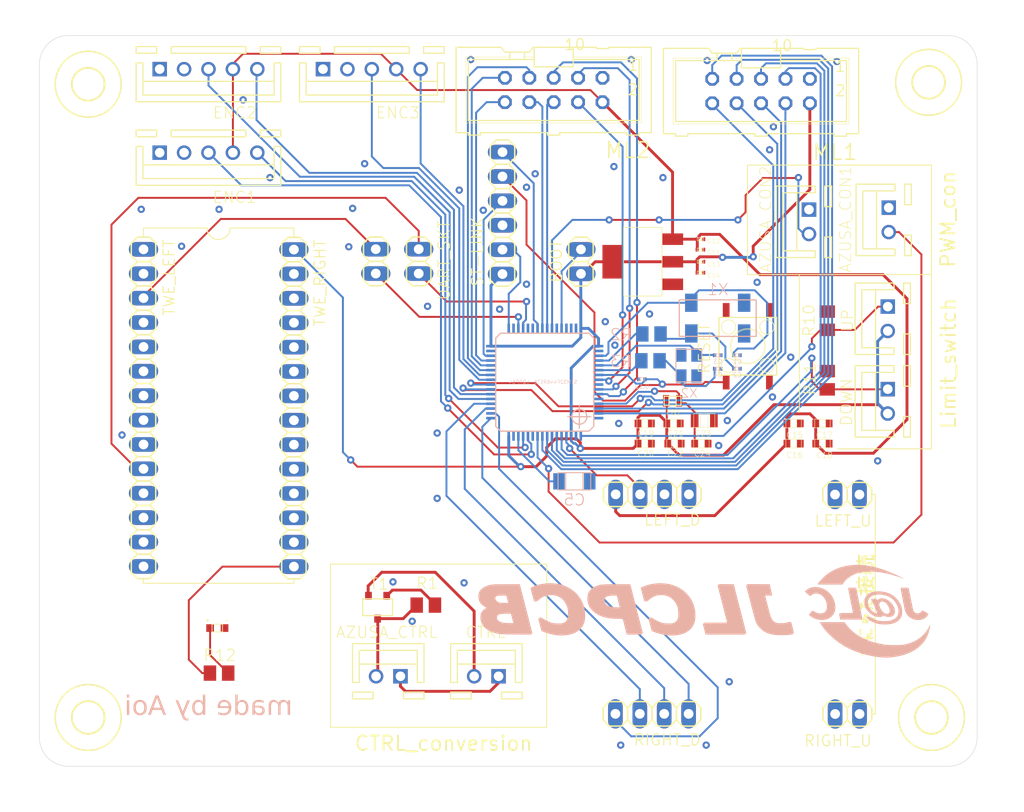
<source format=kicad_pcb>
(kicad_pcb (version 20221018) (generator pcbnew)
  (layers (0 "F.Cu" signal) (31 "B.Cu" signal) (34 "B.Paste" user) (35 "F.Paste" user) (36 "B.SilkS" user "B.Silkscreen") (37 "F.SilkS" user "F.Silkscreen") (38 "B.Mask" user) (39 "F.Mask" user) (44 "Edge.Cuts" user))
  (net 0 "")
  (net 1 "BOOT0")
  (net 2 "NRST")
  (net 3 "SCK")
  (net 4 "MISO")
  (net 5 "MOSI")
  (net 6 "N$2")
  (net 7 "SGND")
  (net 8 "DIR4")
  (net 9 "DIR3")
  (net 10 "DIR2")
  (net 11 "DIR1")
  (net 12 "CS")
  (net 13 "N$1")
  (net 14 "N$3")
  (net 15 "N$4")
  (net 16 "N$5")
  (net 17 "N$6")
  (net 18 "N$7")
  (net 19 "EN2_A")
  (net 20 "EN2_B")
  (net 21 "EN3_A")
  (net 22 "EN3_B")
  (net 23 "EN1_A")
  (net 24 "EN1_B")
  (net 25 "PWM2")
  (net 26 "PWM3")
  (net 27 "SWCLK")
  (net 28 "SWO")
  (net 29 "SWDIO")
  (net 30 "PGND")
  (net 31 "COM_LED")
  (net 32 "UART_TX")
  (net 33 "UART_RX")
  (net 34 "N$8")
  (net 35 "N$9")
  (net 36 "N$10")
  (net 37 "+3V3")
  (net 38 "+5V")
  (net 39 "LED1")
  (net 40 "LED2")
  (net 41 "LED3")
  (net 42 "LED4")
  (net 43 "LED5")
  (net 44 "LED6")
  (net 45 "LED7")
  (net 46 "LED8")
  (net 47 "PWM4")
  (net 48 "PWM1")
  (net 49 "N$19")
  (net 50 "COM_LED2")
  (net 51 "TX")
  (net 52 "RX")
  (net 53 "NO2")
  (net 54 "NO1")
  (net 55 "N$46")
  (net 56 "PWM2_SERVO")
  (net 57 "PWM1_SERVO")
  (footprint "上昇＆摘果機構回路:1X14" (layer "F.Cu") (at 126.1911 105.7536 -90)
    (fp_text reference "TWE_RIGHT" (at -17.6536 -2.7089 90) (layer "F.SilkS") (effects (font (size 1.1557 1.1557) (thickness 0.1143)) (justify right)))
    (fp_text value "")
    (pad "1" thru_hole oval (at -16.51 0) (size 3.048 1.524) (drill 1.016) (layers "*.Cu" "*.Mask") (net 37 "+3V3"))
    (pad "2" thru_hole oval (at -13.97 0) (size 3.048 1.524) (drill 1.016) (layers "*.Cu" "*.Mask"))
    (pad "3" thru_hole oval (at -11.43 0) (size 3.048 1.524) (drill 1.016) (layers "*.Cu" "*.Mask"))
    (pad "4" thru_hole oval (at -8.89 0) (size 3.048 1.524) (drill 1.016) (layers "*.Cu" "*.Mask"))
    (pad "5" thru_hole oval (at -6.35 0) (size 3.048 1.524) (drill 1.016) (layers "*.Cu" "*.Mask"))
    (pad "6" thru_hole oval (at -3.81 0) (size 3.048 1.524) (drill 1.016) (layers "*.Cu" "*.Mask"))
    (pad "7" thru_hole oval (at -1.27 0) (size 3.048 1.524) (drill 1.016) (layers "*.Cu" "*.Mask"))
    (pad "8" thru_hole oval (at 1.27 0) (size 3.048 1.524) (drill 1.016) (layers "*.Cu" "*.Mask"))
    (pad "9" thru_hole oval (at 3.81 0) (size 3.048 1.524) (drill 1.016) (layers "*.Cu" "*.Mask"))
    (pad "10" thru_hole oval (at 6.35 0) (size 3.048 1.524) (drill 1.016) (layers "*.Cu" "*.Mask"))
    (pad "11" thru_hole oval (at 8.89 0) (size 3.048 1.524) (drill 1.016) (layers "*.Cu" "*.Mask"))
    (pad "12" thru_hole oval (at 11.43 0) (size 3.048 1.524) (drill 1.016) (layers "*.Cu" "*.Mask"))
    (pad "13" thru_hole oval (at 13.97 0) (size 3.048 1.524) (drill 1.016) (layers "*.Cu" "*.Mask"))
    (pad "14" thru_hole oval (at 16.51 0) (size 3.048 1.524) (drill 1.016) (layers "*.Cu" "*.Mask") (net 50 "COM_LED2"))
  )
  (footprint "上昇＆摘果機構回路:M0805" (layer "F.Cu") (at 181.7011 96.6536 90)
    (fp_text reference "R10" (at -1.7464 -1.9011 90) (layer "F.SilkS") (effects (font (size 1.176528 1.176528) (thickness 0.093472)) (justify left)))
    (fp_text value "100")
    (pad "1" smd rect (at -0.95 0 90) (size 1.3 1.6) (layers "F.Cu" "F.Paste" "F.Mask") (net 54 "NO1"))
    (pad "2" smd rect (at 0.95 0 90) (size 1.3 1.6) (layers "F.Cu" "F.Paste" "F.Mask") (net 7 "SGND"))
  )
  (footprint "上昇＆摘果機構回路:GRM0335C1E240GA01D" (layer "F.Cu") (at 168.5011 91.6536)
    (fp_text reference "C14" (at 0.6875 0.2875) (layer "F.SilkS") (effects (font (size 0.4632 0.4632) (thickness 0.0368)) (justify left)))
    (fp_text value "22μ")
    (pad "1" smd rect (at -0.325 0) (size 0.35 0.4) (layers "F.Cu" "F.Paste" "F.Mask") (net 37 "+3V3"))
    (pad "2" smd rect (at 0.325 0) (size 0.35 0.4) (layers "F.Cu" "F.Paste" "F.Mask") (net 7 "SGND"))
  )
  (footprint "上昇＆摘果機構回路:GCM188L81H104KA57" (layer "F.Cu") (at 181.2011 109.4536)
    (fp_text reference "C18" (at -0.7 1.2) (layer "F.SilkS") (effects (font (size 0.60224 0.60224) (thickness 0.048768)) (justify left)))
    (fp_text value "GCM188L81H104KA57" hide)
    (pad "P$1" smd rect (at -0.7 0) (size 0.7 0.8) (layers "F.Cu" "F.Paste" "F.Mask") (net 38 "+5V"))
    (pad "P$2" smd rect (at 0.7 0) (size 0.7 0.8) (layers "F.Cu" "F.Paste" "F.Mask") (net 7 "SGND"))
  )
  (footprint "上昇＆摘果機構回路:1X06" (layer "F.Cu") (at 147.9011 85.4436 90)
    (fp_text reference "ST-LINK" (at -7.7564 -2.6011 90) (layer "F.SilkS") (effects (font (size 1.1557 1.1557) (thickness 0.1143)) (justify left)))
    (fp_text value "")
    (pad "1" thru_hole oval (at -6.35 0 180) (size 3.048 1.524) (drill 1.016) (layers "*.Cu" "*.Mask") (net 37 "+3V3"))
    (pad "2" thru_hole oval (at -3.81 0 180) (size 3.048 1.524) (drill 1.016) (layers "*.Cu" "*.Mask") (net 27 "SWCLK"))
    (pad "3" thru_hole oval (at -1.27 0 180) (size 3.048 1.524) (drill 1.016) (layers "*.Cu" "*.Mask") (net 7 "SGND"))
    (pad "4" thru_hole oval (at 1.27 0 180) (size 3.048 1.524) (drill 1.016) (layers "*.Cu" "*.Mask") (net 29 "SWDIO"))
    (pad "5" thru_hole oval (at 3.81 0 180) (size 3.048 1.524) (drill 1.016) (layers "*.Cu" "*.Mask") (net 2 "NRST"))
    (pad "6" thru_hole oval (at 6.35 0 180) (size 3.048 1.524) (drill 1.016) (layers "*.Cu" "*.Mask") (net 28 "SWO"))
  )
  (footprint "上昇＆摘果機構回路:ML10" (layer "F.Cu") (at 153.2311 72.6236 180)
    (fp_text reference "ML2" (at -10.1689 -6.2764) (layer "F.SilkS") (effects (font (size 1.61798 1.61798) (thickness 0.16002)) (justify right)))
    (fp_text value "")
    (fp_text user "1" (at -7.62 1.905 180) (layer "F.SilkS") (effects (font (size 1.143 1.143) (thickness 0.127)) (justify left bottom)))
    (fp_text user "10" (at -1.016 4.064 180) (layer "F.SilkS") (effects (font (size 1.143 1.143) (thickness 0.127)) (justify left bottom)))
    (fp_text user "2" (at -7.62 -0.635 180) (layer "F.SilkS") (effects (font (size 1.143 1.143) (thickness 0.127)) (justify left bottom)))
    (pad "1" thru_hole roundrect (at -5.08 1.27 180) (size 1.4224 1.4224) (drill 0.9144) (layers "*.Cu" "*.Mask") (chamfer_ratio 0.2928932188) (chamfer top_left top_right bottom_left bottom_right) (net 7 "SGND"))
    (pad "2" thru_hole roundrect (at -5.08 -1.27 180) (size 1.4224 1.4224) (drill 0.9144) (layers "*.Cu" "*.Mask") (chamfer_ratio 0.2928932188) (chamfer top_left top_right bottom_left bottom_right) (net 38 "+5V"))
    (pad "3" thru_hole roundrect (at -2.54 1.27 180) (size 1.4224 1.4224) (drill 0.9144) (layers "*.Cu" "*.Mask") (chamfer_ratio 0.2928932188) (chamfer top_left top_right bottom_left bottom_right) (net 46 "LED8"))
    (pad "4" thru_hole roundrect (at -2.54 -1.27 180) (size 1.4224 1.4224) (drill 0.9144) (layers "*.Cu" "*.Mask") (chamfer_ratio 0.2928932188) (chamfer top_left top_right bottom_left bottom_right) (net 39 "LED1"))
    (pad "5" thru_hole roundrect (at 0 1.27 180) (size 1.4224 1.4224) (drill 0.9144) (layers "*.Cu" "*.Mask") (chamfer_ratio 0.2928932188) (chamfer top_left top_right bottom_left bottom_right) (net 45 "LED7"))
    (pad "6" thru_hole roundrect (at 0 -1.27 180) (size 1.4224 1.4224) (drill 0.9144) (layers "*.Cu" "*.Mask") (chamfer_ratio 0.2928932188) (chamfer top_left top_right bottom_left bottom_right) (net 40 "LED2"))
    (pad "7" thru_hole roundrect (at 2.54 1.27 180) (size 1.4224 1.4224) (drill 0.9144) (layers "*.Cu" "*.Mask") (chamfer_ratio 0.2928932188) (chamfer top_left top_right bottom_left bottom_right) (net 44 "LED6"))
    (pad "8" thru_hole roundrect (at 2.54 -1.27 180) (size 1.4224 1.4224) (drill 0.9144) (layers "*.Cu" "*.Mask") (chamfer_ratio 0.2928932188) (chamfer top_left top_right bottom_left bottom_right) (net 41 "LED3"))
    (pad "9" thru_hole roundrect (at 5.08 1.27 180) (size 1.4224 1.4224) (drill 0.9144) (layers "*.Cu" "*.Mask") (chamfer_ratio 0.2928932188) (chamfer top_left top_right bottom_left bottom_right) (net 43 "LED5"))
    (pad "10" thru_hole roundrect (at 5.08 -1.27 180) (size 1.4224 1.4224) (drill 0.9144) (layers "*.Cu" "*.Mask") (chamfer_ratio 0.2928932188) (chamfer top_left top_right bottom_left bottom_right) (net 42 "LED4"))
  )
  (footprint "上昇＆摘果機構回路:ＡＺ１１１７ＣＨ－３．３ＴＲＧ１" (layer "F.Cu") (at 162.5011 90.5136 90)
    (fp_text reference "REGYURETA0" hide)
    (fp_text value "３．３V" hide)
    (pad "ADJ/GND" smd rect (at -2.35 3.1 180) (size 2.2 1.2) (layers "F.Cu" "F.Paste" "F.Mask") (net 7 "SGND"))
    (pad "INPUT" smd rect (at 2.35 3.1 180) (size 2.2 1.2) (layers "F.Cu" "F.Paste" "F.Mask") (net 38 "+5V"))
    (pad "OUTPUT" smd rect (at 0 3.1 180) (size 2.2 1.2) (layers "F.Cu" "F.Paste" "F.Mask") (net 37 "+3V3"))
    (pad "VOUT" smd rect (at 0 -3.1 90) (size 3.5 2.2) (layers "F.Cu" "F.Paste" "F.Mask") (net 37 "+3V3"))
  )
  (footprint "上昇＆摘果機構回路:1X14" (layer "F.Cu") (at 110.5391 105.7326 -90)
    (fp_text reference "TWE_LEFT" (at -17.6326 -2.6609 90) (layer "F.SilkS") (effects (font (size 1.1557 1.1557) (thickness 0.1143)) (justify right)))
    (fp_text value "")
    (pad "1" thru_hole oval (at -16.51 0) (size 3.048 1.524) (drill 1.016) (layers "*.Cu" "*.Mask") (net 7 "SGND"))
    (pad "2" thru_hole oval (at -13.97 0) (size 3.048 1.524) (drill 1.016) (layers "*.Cu" "*.Mask"))
    (pad "3" thru_hole oval (at -11.43 0) (size 3.048 1.524) (drill 1.016) (layers "*.Cu" "*.Mask") (net 51 "TX"))
    (pad "4" thru_hole oval (at -8.89 0) (size 3.048 1.524) (drill 1.016) (layers "*.Cu" "*.Mask"))
    (pad "5" thru_hole oval (at -6.35 0) (size 3.048 1.524) (drill 1.016) (layers "*.Cu" "*.Mask"))
    (pad "6" thru_hole oval (at -3.81 0) (size 3.048 1.524) (drill 1.016) (layers "*.Cu" "*.Mask"))
    (pad "7" thru_hole oval (at -1.27 0) (size 3.048 1.524) (drill 1.016) (layers "*.Cu" "*.Mask"))
    (pad "8" thru_hole oval (at 1.27 0) (size 3.048 1.524) (drill 1.016) (layers "*.Cu" "*.Mask"))
    (pad "9" thru_hole oval (at 3.81 0) (size 3.048 1.524) (drill 1.016) (layers "*.Cu" "*.Mask"))
    (pad "10" thru_hole oval (at 6.35 0) (size 3.048 1.524) (drill 1.016) (layers "*.Cu" "*.Mask") (net 52 "RX"))
    (pad "11" thru_hole oval (at 8.89 0) (size 3.048 1.524) (drill 1.016) (layers "*.Cu" "*.Mask"))
    (pad "12" thru_hole oval (at 11.43 0) (size 3.048 1.524) (drill 1.016) (layers "*.Cu" "*.Mask"))
    (pad "13" thru_hole oval (at 13.97 0) (size 3.048 1.524) (drill 1.016) (layers "*.Cu" "*.Mask"))
    (pad "14" thru_hole oval (at 16.51 0) (size 3.048 1.524) (drill 1.016) (layers "*.Cu" "*.Mask"))
  )
  (footprint "上昇＆摘果機構回路:B5B-XH" (layer "F.Cu") (at 117.3011 70.4536 180)
    (fp_text reference "ENC2" (at -5.0989 -4.5464) (layer "F.SilkS") (effects (font (size 1.176528 1.176528) (thickness 0.093472)) (justify right)))
    (fp_text value "")
    (pad "1" thru_hole rect (at 5.08 0 180) (size 1.508 1.508) (drill 1) (layers "*.Cu" "*.Mask") (net 7 "SGND"))
    (pad "2" thru_hole circle (at 2.54 0 180) (size 1.508 1.508) (drill 1) (layers "*.Cu" "*.Mask"))
    (pad "3" thru_hole circle (at 0 0 180) (size 1.508 1.508) (drill 1) (layers "*.Cu" "*.Mask") (net 19 "EN2_A"))
    (pad "4" thru_hole circle (at -2.54 0 180) (size 1.508 1.508) (drill 1) (layers "*.Cu" "*.Mask") (net 38 "+5V"))
    (pad "5" thru_hole circle (at -5.08 0 180) (size 1.508 1.508) (drill 1) (layers "*.Cu" "*.Mask") (net 20 "EN2_B"))
  )
  (footprint "上昇＆摘果機構回路:M0805" (layer "F.Cu") (at 181.7011 102.8536 90)
    (fp_text reference "R11" (at -1.6464 -1.8011 90) (layer "F.SilkS") (effects (font (size 1.176528 1.176528) (thickness 0.093472)) (justify left)))
    (fp_text value "100")
    (pad "1" smd rect (at -0.95 0 90) (size 1.3 1.6) (layers "F.Cu" "F.Paste" "F.Mask") (net 53 "NO2"))
    (pad "2" smd rect (at 0.95 0 90) (size 1.3 1.6) (layers "F.Cu" "F.Paste" "F.Mask") (net 7 "SGND"))
  )
  (footprint "上昇＆摘果機構回路:SMD1608チップLED" (layer "F.Cu") (at 118.21905 128.665)
    (fp_text reference "U$8")
    (fp_text value "SMD1608チップLED")
    (pad "ANODE" smd rect (at -0.75 0) (size 0.8 0.8) (layers "F.Cu" "F.Paste" "F.Mask") (net 49 "N$19"))
    (pad "CATHODE" smd rect (at 0.75 0) (size 0.8 0.8) (layers "F.Cu" "F.Paste" "F.Mask") (net 7 "SGND"))
  )
  (footprint "上昇＆摘果機構回路:B2B-XH" (layer "F.Cu") (at 146.2211 133.6836)
    (fp_text reference "CTRL" (at -2.2211 -4.5836) (layer "F.SilkS") (effects (font (size 1.176528 1.176528) (thickness 0.093472)) (justify left)))
    (fp_text value "02-JST")
    (pad "1" thru_hole rect (at 1.27 0) (size 1.508 1.508) (drill 1) (layers "*.Cu" "*.Mask") (net 30 "PGND"))
    (pad "2" thru_hole circle (at -1.27 0) (size 1.508 1.508) (drill 1) (layers "*.Cu" "*.Mask") (net 34 "N$8"))
  )
  (footprint "上昇＆摘果機構回路:GCM188L81H104KA57" (layer "F.Cu") (at 162.7011 109.4536)
    (fp_text reference "C20" (at -0.8011 1.0464) (layer "F.SilkS") (effects (font (size 0.60224 0.60224) (thickness 0.048768)) (justify left)))
    (fp_text value "GCM188L81H104KA57" hide)
    (pad "P$1" smd rect (at -0.7 0) (size 0.7 0.8) (layers "F.Cu" "F.Paste" "F.Mask") (net 37 "+3V3"))
    (pad "P$2" smd rect (at 0.7 0) (size 0.7 0.8) (layers "F.Cu" "F.Paste" "F.Mask") (net 7 "SGND"))
  )
  (footprint "上昇＆摘果機構回路:3,2" (layer "F.Cu") (at 192.2511 71.8236)
    (fp_text reference "H3" hide)
    (fp_text value "MOUNT-HOLE3.2" hide)
    (pad "" np_thru_hole circle (at 0 0) (size 3.2 3.2) (drill 3.2) (layers "*.Cu" "*.Mask"))
  )
  (footprint "上昇＆摘果機構回路:B5B-XH" (layer "F.Cu") (at 117.3011 79.1536 180)
    (fp_text reference "ENC1" (at -5.08 -4.6464) (layer "F.SilkS") (effects (font (size 1.176528 1.176528) (thickness 0.093472)) (justify right)))
    (fp_text value "")
    (pad "1" thru_hole rect (at 5.08 0 180) (size 1.508 1.508) (drill 1) (layers "*.Cu" "*.Mask") (net 7 "SGND"))
    (pad "2" thru_hole circle (at 2.54 0 180) (size 1.508 1.508) (drill 1) (layers "*.Cu" "*.Mask"))
    (pad "3" thru_hole circle (at 0 0 180) (size 1.508 1.508) (drill 1) (layers "*.Cu" "*.Mask") (net 23 "EN1_A"))
    (pad "4" thru_hole circle (at -2.54 0 180) (size 1.508 1.508) (drill 1) (layers "*.Cu" "*.Mask") (net 38 "+5V"))
    (pad "5" thru_hole circle (at -5.08 0 180) (size 1.508 1.508) (drill 1) (layers "*.Cu" "*.Mask") (net 24 "EN1_B"))
  )
  (footprint "上昇＆摘果機構回路:3,2" (layer "F.Cu") (at 104.7811 72.0236)
    (fp_text reference "H4" hide)
    (fp_text value "MOUNT-HOLE3.2" hide)
    (pad "" np_thru_hole circle (at 0 0) (size 3.2 3.2) (drill 3.2) (layers "*.Cu" "*.Mask"))
  )
  (footprint "上昇＆摘果機構回路:GRM0335C1E240GA01D" (layer "F.Cu") (at 168.5011 88.1636)
    (fp_text reference "C12" (at 0.6875 0.1875) (layer "F.SilkS") (effects (font (size 0.4632 0.4632) (thickness 0.0368)) (justify left)))
    (fp_text value "10μ")
    (pad "1" smd rect (at -0.325 0) (size 0.35 0.4) (layers "F.Cu" "F.Paste" "F.Mask") (net 38 "+5V"))
    (pad "2" smd rect (at 0.325 0) (size 0.35 0.4) (layers "F.Cu" "F.Paste" "F.Mask") (net 7 "SGND"))
  )
  (footprint "上昇＆摘果機構回路:M0805" (layer "F.Cu") (at 139.9211 126.2736)
    (fp_text reference "R1" (at -1.07 -2.2736) (layer "F.SilkS") (effects (font (size 1.176528 1.176528) (thickness 0.093472)) (justify left)))
    (fp_text value "100")
    (pad "1" smd rect (at -0.95 0) (size 1.3 1.6) (layers "F.Cu" "F.Paste" "F.Mask") (net 35 "N$9"))
    (pad "2" smd rect (at 0.95 0) (size 1.3 1.6) (layers "F.Cu" "F.Paste" "F.Mask") (net 36 "N$10"))
  )
  (footprint "上昇＆摘果機構回路:GCM188L81H104KA57" (layer "F.Cu") (at 168.6011 109.4536)
    (fp_text reference "C24" (at -0.8 1.0464) (layer "F.SilkS") (effects (font (size 0.60224 0.60224) (thickness 0.048768)) (justify left)))
    (fp_text value "GCM188L81H104KA57" hide)
    (pad "P$1" smd rect (at -0.7 0) (size 0.7 0.8) (layers "F.Cu" "F.Paste" "F.Mask") (net 55 "N$46"))
    (pad "P$2" smd rect (at 0.7 0) (size 0.7 0.8) (layers "F.Cu" "F.Paste" "F.Mask") (net 7 "SGND"))
  )
  (footprint "上昇＆摘果機構回路:ML10" (layer "F.Cu") (at 174.8111 72.7336 180)
    (fp_text reference "ML1" (at -10.16 -6.3664) (layer "F.SilkS") (effects (font (size 1.61798 1.61798) (thickness 0.16002)) (justify right)))
    (fp_text value "")
    (fp_text user "10" (at -1.016 4.064 180) (layer "F.SilkS") (effects (font (size 1.143 1.143) (thickness 0.127)) (justify left bottom)))
    (fp_text user "2" (at -7.62 -0.635 180) (layer "F.SilkS") (effects (font (size 1.143 1.143) (thickness 0.127)) (justify left bottom)))
    (fp_text user "1" (at -7.62 1.905 180) (layer "F.SilkS") (effects (font (size 1.143 1.143) (thickness 0.127)) (justify left bottom)))
    (pad "1" thru_hole roundrect (at -5.08 1.27 180) (size 1.4224 1.4224) (drill 0.9144) (layers "*.Cu" "*.Mask") (chamfer_ratio 0.2928932188) (chamfer top_left top_right bottom_left bottom_right) (net 7 "SGND"))
    (pad "2" thru_hole roundrect (at -5.08 -1.27 180) (size 1.4224 1.4224) (drill 0.9144) (layers "*.Cu" "*.Mask") (chamfer_ratio 0.2928932188) (chamfer top_left top_right bottom_left bottom_right) (net 37 "+3V3"))
    (pad "3" thru_hole roundrect (at -2.54 1.27 180) (size 1.4224 1.4224) (drill 0.9144) (layers "*.Cu" "*.Mask") (chamfer_ratio 0.2928932188) (chamfer top_left top_right bottom_left bottom_right) (net 8 "DIR4"))
    (pad "4" thru_hole roundrect (at -2.54 -1.27 180) (size 1.4224 1.4224) (drill 0.9144) (layers "*.Cu" "*.Mask") (chamfer_ratio 0.2928932188) (chamfer top_left top_right bottom_left bottom_right) (net 47 "PWM4"))
    (pad "5" thru_hole roundrect (at 0 1.27 180) (size 1.4224 1.4224) (drill 0.9144) (layers "*.Cu" "*.Mask") (chamfer_ratio 0.2928932188) (chamfer top_left top_right bottom_left bottom_right) (net 9 "DIR3"))
    (pad "6" thru_hole roundrect (at 0 -1.27 180) (size 1.4224 1.4224) (drill 0.9144) (layers "*.Cu" "*.Mask") (chamfer_ratio 0.2928932188) (chamfer top_left top_right bottom_left bottom_right) (net 26 "PWM3"))
    (pad "7" thru_hole roundrect (at 2.54 1.27 180) (size 1.4224 1.4224) (drill 0.9144) (layers "*.Cu" "*.Mask") (chamfer_ratio 0.2928932188) (chamfer top_left top_right bottom_left bottom_right) (net 10 "DIR2"))
    (pad "8" thru_hole roundrect (at 2.54 -1.27 180) (size 1.4224 1.4224) (drill 0.9144) (layers "*.Cu" "*.Mask") (chamfer_ratio 0.2928932188) (chamfer top_left top_right bottom_left bottom_right) (net 25 "PWM2"))
    (pad "9" thru_hole roundrect (at 5.08 1.27 180) (size 1.4224 1.4224) (drill 0.9144) (layers "*.Cu" "*.Mask") (chamfer_ratio 0.2928932188) (chamfer top_left top_right bottom_left bottom_right) (net 11 "DIR1"))
    (pad "10" thru_hole roundrect (at 5.08 -1.27 180) (size 1.4224 1.4224) (drill 0.9144) (layers "*.Cu" "*.Mask") (chamfer_ratio 0.2928932188) (chamfer top_left top_right bottom_left bottom_right) (net 48 "PWM1"))
  )
  (footprint "上昇＆摘果機構回路:GCM188L81H104KA57" (layer "F.Cu") (at 165.8011 109.4536)
    (fp_text reference "C22" (at -0.8 1.0464) (layer "F.SilkS") (effects (font (size 0.60224 0.60224) (thickness 0.048768)) (justify left)))
    (fp_text value "GCM188L81H104KA57" hide)
    (pad "P$1" smd rect (at -0.7 0) (size 0.7 0.8) (layers "F.Cu" "F.Paste" "F.Mask") (net 37 "+3V3"))
    (pad "P$2" smd rect (at 0.7 0) (size 0.7 0.8) (layers "F.Cu" "F.Paste" "F.Mask") (net 7 "SGND"))
  )
  (footprint "上昇＆摘果機構回路:B5B-XH" (layer "F.Cu") (at 134.3011 70.4536 180)
    (fp_text reference "ENC3" (at -5.08 -4.5464) (layer "F.SilkS") (effects (font (size 1.176528 1.176528) (thickness 0.093472)) (justify right)))
    (fp_text value "")
    (pad "1" thru_hole rect (at 5.08 0 180) (size 1.508 1.508) (drill 1) (layers "*.Cu" "*.Mask") (net 7 "SGND"))
    (pad "2" thru_hole circle (at 2.54 0 180) (size 1.508 1.508) (drill 1) (layers "*.Cu" "*.Mask"))
    (pad "3" thru_hole circle (at 0 0 180) (size 1.508 1.508) (drill 1) (layers "*.Cu" "*.Mask") (net 21 "EN3_A"))
    (pad "4" thru_hole circle (at -2.54 0 180) (size 1.508 1.508) (drill 1) (layers "*.Cu" "*.Mask") (net 38 "+5V"))
    (pad "5" thru_hole circle (at -5.08 0 180) (size 1.508 1.508) (drill 1) (layers "*.Cu" "*.Mask") (net 22 "EN3_B"))
  )
  (footprint "上昇＆摘果機構回路:GRM21BC72A105KE01" (layer "F.Cu") (at 168.9011 107.0536)
    (fp_text reference "C23" (at -1 1.3464) (layer "F.SilkS") (effects (font (size 0.59488 0.59488) (thickness 0.048768)) (justify left)))
    (fp_text value "GRM21BC72A105KE01" hide)
    (pad "P$1" smd rect (at -1 0) (size 0.8 1.4) (layers "F.Cu" "F.Paste" "F.Mask") (net 55 "N$46"))
    (pad "P$2" smd rect (at 1 0) (size 0.8 1.4) (layers "F.Cu" "F.Paste" "F.Mask") (net 7 "SGND"))
  )
  (footprint "上昇＆摘果機構回路:1X02" (layer "F.Cu") (at 134.7111 90.4736 90)
    (fp_text reference "PIN_SOCKET2" hide)
    (fp_text value "")
    (pad "1" thru_hole oval (at -1.27 0 180) (size 3.048 1.524) (drill 1.016) (layers "*.Cu" "*.Mask") (net 32 "UART_TX"))
    (pad "2" thru_hole oval (at 1.27 0 180) (size 3.048 1.524) (drill 1.016) (layers "*.Cu" "*.Mask") (net 51 "TX"))
  )
  (footprint "上昇＆摘果機構回路:BLM18KG121TN1D" (layer "F.Cu") (at 165.6011 105)
    (fp_text reference "FB1" hide)
    (fp_text value "BLM18KG121TN1D")
    (pad "1" smd rect (at -0.675 0) (size 0.65 1.2) (layers "F.Cu" "F.Paste" "F.Mask") (net 37 "+3V3"))
    (pad "2" smd rect (at 0.675 0) (size 0.65 1.2) (layers "F.Cu" "F.Paste" "F.Mask") (net 55 "N$46"))
  )
  (footprint "上昇＆摘果機構回路:GCM188L81H104KA57" (layer "F.Cu") (at 181.2011 107.3536)
    (fp_text reference "C17" (at -0.7 1.2) (layer "F.SilkS") (effects (font (size 0.60224 0.60224) (thickness 0.048768)) (justify left)))
    (fp_text value "GCM188L81H104KA57" hide)
    (pad "P$1" smd rect (at -0.7 0) (size 0.7 0.8) (layers "F.Cu" "F.Paste" "F.Mask") (net 38 "+5V"))
    (pad "P$2" smd rect (at 0.7 0) (size 0.7 0.8) (layers "F.Cu" "F.Paste" "F.Mask") (net 7 "SGND"))
  )
  (footprint "上昇＆摘果機構回路:GCM188L81H104KA57" (layer "F.Cu") (at 165.7011 107.3536)
    (fp_text reference "C21" (at -0.7 1.0464) (layer "F.SilkS") (effects (font (size 0.60224 0.60224) (thickness 0.048768)) (justify left)))
    (fp_text value "GCM188L81H104KA57" hide)
    (pad "P$1" smd rect (at -0.7 0) (size 0.7 0.8) (layers "F.Cu" "F.Paste" "F.Mask") (net 37 "+3V3"))
    (pad "P$2" smd rect (at 0.7 0) (size 0.7 0.8) (layers "F.Cu" "F.Paste" "F.Mask") (net 7 "SGND"))
  )
  (footprint "上昇＆摘果機構回路:B2B-XH" (layer "F.Cu") (at 188.1011 86.1536 90)
    (fp_text reference "AZUSA_CON1" (at -5.5464 -4.5011 90) (layer "F.SilkS") (effects (font (size 1.176528 1.176528) (thickness 0.073472)) (justify left)))
    (fp_text value "02-JST")
    (pad "1" thru_hole rect (at 1.27 0 90) (size 1.508 1.508) (drill 1) (layers "*.Cu" "*.Mask") (net 7 "SGND"))
    (pad "2" thru_hole circle (at -1.27 0 90) (size 1.508 1.508) (drill 1) (layers "*.Cu" "*.Mask") (net 57 "PWM1_SERVO"))
  )
  (footprint "上昇＆摘果機構回路:3,2" (layer "F.Cu") (at 192.5511 137.9736)
    (fp_text reference "H1" hide)
    (fp_text value "MOUNT-HOLE3.2" hide)
    (pad "" np_thru_hole circle (at 0 0) (size 3.2 3.2) (drill 3.2) (layers "*.Cu" "*.Mask"))
  )
  (footprint "上昇＆摘果機構回路:M0805" (layer "F.Cu") (at 118.4011 133.3536)
    (fp_text reference "R12" (at -1.7011 -1.8536) (layer "F.SilkS") (effects (font (size 1.176528 1.176528) (thickness 0.093472)) (justify left)))
    (fp_text value "150")
    (pad "1" smd rect (at -0.95 0) (size 1.3 1.6) (layers "F.Cu" "F.Paste" "F.Mask") (net 50 "COM_LED2"))
    (pad "2" smd rect (at 0.95 0) (size 1.3 1.6) (layers "F.Cu" "F.Paste" "F.Mask") (net 49 "N$19"))
  )
  (footprint "上昇＆摘果機構回路:GCM188L81H104KA57" (layer "F.Cu") (at 178.2011 109.4536)
    (fp_text reference "C16" (at -0.8 1.2) (layer "F.SilkS") (effects (font (size 0.60224 0.60224) (thickness 0.048768)) (justify left)))
    (fp_text value "GCM188L81H104KA57" hide)
    (pad "P$1" smd rect (at -0.7 0) (size 0.7 0.8) (layers "F.Cu" "F.Paste" "F.Mask") (net 38 "+5V"))
    (pad "P$2" smd rect (at 0.7 0) (size 0.7 0.8) (layers "F.Cu" "F.Paste" "F.Mask") (net 7 "SGND"))
  )
  (footprint "上昇＆摘果機構回路:1X04" (layer "F.Cu") (at 163.4621 137.5966 180)
    (fp_text reference "RIGHT_D" (at -5.1562 -2.7034) (layer "F.SilkS") (effects (font (size 1.1557 1.1557) (thickness 0.1143)) (justify right)))
    (fp_text value "")
    (pad "1" thru_hole oval (at -3.81 0 270) (size 3.048 1.524) (drill 1.016) (layers "*.Cu" "*.Mask") (net 12 "CS"))
    (pad "2" thru_hole oval (at -1.27 0 270) (size 3.048 1.524) (drill 1.016) (layers "*.Cu" "*.Mask") (net 4 "MISO"))
    (pad "3" thru_hole oval (at 1.27 0 270) (size 3.048 1.524) (drill 1.016) (layers "*.Cu" "*.Mask") (net 5 "MOSI"))
    (pad "4" thru_hole oval (at 3.81 0 270) (size 3.048 1.524) (drill 1.016) (layers "*.Cu" "*.Mask") (net 3 "SCK"))
  )
  (footprint "上昇＆摘果機構回路:1X02" (layer "F.Cu") (at 156.0661 90.5 90)
    (fp_text reference "BOOT" (at -2.2684 -2.5661 90) (layer "F.SilkS") (effects (font (size 1.1557 1.1557) (thickness 0.1143)) (justify left)))
    (fp_text value "")
    (pad "1" thru_hole oval (at -1.27 0 180) (size 3.048 1.524) (drill 1.016) (layers "*.Cu" "*.Mask") (net 37 "+3V3"))
    (pad "2" thru_hole oval (at 1.27 0 180) (size 3.048 1.524) (drill 1.016) (layers "*.Cu" "*.Mask") (net 1 "BOOT0"))
  )
  (footprint "上昇＆摘果機構回路:GCM188L81H104KA57" (layer "F.Cu") (at 162.7011 107.3536)
    (fp_text reference "C19" (at -0.8 1.0464) (layer "F.SilkS") (effects (font (size 0.60224 0.60224) (thickness 0.048768)) (justify left)))
    (fp_text value "GCM188L81H104KA57" hide)
    (pad "P$1" smd rect (at -0.7 0) (size 0.7 0.8) (layers "F.Cu" "F.Paste" "F.Mask") (net 37 "+3V3"))
    (pad "P$2" smd rect (at 0.7 0) (size 0.7 0.8) (layers "F.Cu" "F.Paste" "F.Mask") (net 7 "SGND"))
  )
  (footprint "上昇＆摘果機構回路:TACTSWITCH" (layer "F.Cu") (at 173.4311 99.3136 90)
    (fp_text reference "U$2" hide)
    (fp_text value "TACTSWITCH" hide)
    (pad "P$1" smd rect (at -3.75 -2.25 90) (size 1.5 0.7) (layers "F.Cu" "F.Paste" "F.Mask") (net 2 "NRST"))
    (pad "P$2" smd rect (at -3.75 2.25 90) (size 1.5 0.7) (layers "F.Cu" "F.Paste" "F.Mask"))
    (pad "P$3" smd rect (at 3.75 -2.25 90) (size 1.5 0.7) (layers "F.Cu" "F.Paste" "F.Mask"))
    (pad "P$4" smd rect (at 3.75 2.25 90) (size 1.5 0.7) (layers "F.Cu" "F.Paste" "F.Mask") (net 7 "SGND"))
  )
  (footprint "上昇＆摘果機構回路:2SC3325-Y,LF" (layer "F.Cu") (at 134.9011 126.4936 -90)
    (fp_text reference "T1" hide)
    (fp_text value "2SC3325-Y,LF" hide)
    (pad "BASE" smd rect (at -1.1875 -0.95 270) (size 0.825 0.7) (layers "F.Cu" "F.Paste" "F.Mask") (net 36 "N$10"))
    (pad "COLLECTOR" smd rect (at 1.1875 0 270) (size 0.825 0.7) (layers "F.Cu" "F.Paste" "F.Mask") (net 35 "N$9"))
    (pad "EMITTER" smd rect (at -1.1875 0.95 270) (size 0.825 0.7) (layers "F.Cu" "F.Paste" "F.Mask") (net 34 "N$8"))
  )
  (footprint "上昇＆摘果機構回路:1X02" (layer "F.Cu") (at 183.7941 137.6116 180)
    (fp_text reference "RIGHT_U" (at -2.6162 -2.7884) (layer "F.SilkS") (effects (font (size 1.1557 1.1557) (thickness 0.1143)) (justify right)))
    (fp_text value "")
    (pad "1" thru_hole oval (at -1.27 0 270) (size 3.048 1.524) (drill 1.016) (layers "*.Cu" "*.Mask") (net 7 "SGND"))
    (pad "2" thru_hole oval (at 1.27 0 270) (size 3.048 1.524) (drill 1.016) (layers "*.Cu" "*.Mask") (net 7 "SGND"))
  )
  (footprint "上昇＆摘果機構回路:1X02" (layer "F.Cu") (at 183.7821 114.7606 180)
    (fp_text reference "LEFT_U" (at -2.6179 -2.7394) (layer "F.SilkS") (effects (font (size 1.1557 1.1557) (thickness 0.1143)) (justify right)))
    (fp_text value "")
    (pad "1" thru_hole oval (at -1.27 0 270) (size 3.048 1.524) (drill 1.016) (layers "*.Cu" "*.Mask") (net 7 "SGND"))
    (pad "2" thru_hole oval (at 1.27 0 270) (size 3.048 1.524) (drill 1.016) (layers "*.Cu" "*.Mask") (net 7 "SGND"))
  )
  (footprint "上昇＆摘果機構回路:1X04" (layer "F.Cu") (at 163.4911 114.7386 180)
    (fp_text reference "LEFT_D" (at -5.1089 -2.6614) (layer "F.SilkS") (effects (font (size 1.1557 1.1557) (thickness 0.1143)) (justify right)))
    (fp_text value "")
    (pad "1" thru_hole oval (at -3.81 0 270) (size 3.048 1.524) (drill 1.016) (layers "*.Cu" "*.Mask") (net 7 "SGND"))
    (pad "2" thru_hole oval (at -1.27 0 270) (size 3.048 1.524) (drill 1.016) (layers "*.Cu" "*.Mask"))
    (pad "3" thru_hole oval (at 1.27 0 270) (size 3.048 1.524) (drill 1.016) (layers "*.Cu" "*.Mask") (net 31 "COM_LED"))
    (pad "4" thru_hole oval (at 3.81 0 270) (size 3.048 1.524) (drill 1.016) (layers "*.Cu" "*.Mask") (net 38 "+5V"))
  )
  (footprint "上昇＆摘果機構回路:B2B-XH" (layer "F.Cu") (at 179.8011 86.3536 90)
    (fp_text reference "AZUSA_CON2" (at -5.3464 -4.5011 90) (layer "F.SilkS") (effects (font (size 1.176528 1.176528) (thickness 0.073472)) (justify left)))
    (fp_text value "02-JST")
    (pad "1" thru_hole rect (at 1.27 0 90) (size 1.508 1.508) (drill 1) (layers "*.Cu" "*.Mask") (net 7 "SGND"))
    (pad "2" thru_hole circle (at -1.27 0 90) (size 1.508 1.508) (drill 1) (layers "*.Cu" "*.Mask") (net 56 "PWM2_SERVO"))
  )
  (footprint "上昇＆摘果機構回路:B2B-XH" (layer "F.Cu") (at 188.0011 105.0536 90)
    (fp_text reference "DOWN" (at -2.6464 -4.3011 90) (layer "F.SilkS") (effects (font (size 1.176528 1.176528) (thickness 0.093472)) (justify left)))
    (fp_text value "02-JST")
    (pad "1" thru_hole rect (at 1.27 0 90) (size 1.508 1.508) (drill 1) (layers "*.Cu" "*.Mask") (net 53 "NO2"))
    (pad "2" thru_hole circle (at -1.27 0 90) (size 1.508 1.508) (drill 1) (layers "*.Cu" "*.Mask") (net 37 "+3V3"))
  )
  (footprint "上昇＆摘果機構回路:B2B-XH" (layer "F.Cu") (at 188.0011 96.4536 90)
    (fp_text reference "UP" (at -1.4464 -4.2011 90) (layer "F.SilkS") (effects (font (size 1.176528 1.176528) (thickness 0.093472)) (justify left)))
    (fp_text value "02-JST")
    (pad "1" thru_hole rect (at 1.27 0 90) (size 1.508 1.508) (drill 1) (layers "*.Cu" "*.Mask") (net 54 "NO1"))
    (pad "2" thru_hole circle (at -1.27 0 90) (size 1.508 1.508) (drill 1) (layers "*.Cu" "*.Mask") (net 37 "+3V3"))
  )
  (footprint "上昇＆摘果機構回路:GRM0335C1E240GA01D" (layer "F.Cu") (at 168.5011 90.5036)
    (fp_text reference "C13" (at 0.6875 0.2875) (layer "F.SilkS") (effects (font (size 0.4632 0.4632) (thickness 0.0368)) (justify left)))
    (fp_text value "22μ")
    (pad "1" smd rect (at -0.325 0) (size 0.35 0.4) (layers "F.Cu" "F.Paste" "F.Mask") (net 37 "+3V3"))
    (pad "2" smd rect (at 0.325 0) (size 0.35 0.4) (layers "F.Cu" "F.Paste" "F.Mask") (net 7 "SGND"))
  )
  (footprint "上昇＆摘果機構回路:3,2" (layer "F.Cu") (at 104.7811 137.9736)
    (fp_text reference "H2" hide)
    (fp_text value "MOUNT-HOLE3.2" hide)
    (pad "" np_thru_hole circle (at 0 0) (size 3.2 3.2) (drill 3.2) (layers "*.Cu" "*.Mask"))
  )
  (footprint "上昇＆摘果機構回路:GCM188L81H104KA57" (layer "F.Cu") (at 178.2011 107.3536)
    (fp_text reference "C15" (at -0.8 1.2) (layer "F.SilkS") (effects (font (size 0.60224 0.60224) (thickness 0.048768)) (justify left)))
    (fp_text value "GCM188L81H104KA57" hide)
    (pad "P$1" smd rect (at -0.7 0) (size 0.7 0.8) (layers "F.Cu" "F.Paste" "F.Mask") (net 38 "+5V"))
    (pad "P$2" smd rect (at 0.7 0) (size 0.7 0.8) (layers "F.Cu" "F.Paste" "F.Mask") (net 7 "SGND"))
  )
  (footprint "上昇＆摘果機構回路:GRM0335C1E240GA01D" (layer "F.Cu") (at 168.5011 89.2536)
    (fp_text reference "C11" (at 0.6875 0.2875) (layer "F.SilkS") (effects (font (size 0.4632 0.4632) (thickness 0.0368)) (justify left)))
    (fp_text value "10μ")
    (pad "1" smd rect (at -0.325 0) (size 0.35 0.4) (layers "F.Cu" "F.Paste" "F.Mask") (net 38 "+5V"))
    (pad "2" smd rect (at 0.325 0) (size 0.35 0.4) (layers "F.Cu" "F.Paste" "F.Mask") (net 7 "SGND"))
  )
  (footprint "上昇＆摘果機構回路:B2B-XH" (layer "F.Cu") (at 136.0111 133.6836)
    (fp_text reference "AZUSA_CTRL" (at -5.5111 -4.5836) (layer "F.SilkS") (effects (font (size 1.176528 1.176528) (thickness 0.093472)) (justify left)))
    (fp_text value "02-JST")
    (pad "1" thru_hole rect (at 1.27 0) (size 1.508 1.508) (drill 1) (layers "*.Cu" "*.Mask") (net 30 "PGND"))
    (pad "2" thru_hole circle (at -1.27 0) (size 1.508 1.508) (drill 1) (layers "*.Cu" "*.Mask") (net 35 "N$9"))
  )
  (footprint "上昇＆摘果機構回路:1X02" (layer "F.Cu") (at 139.1811 90.4736 90)
    (fp_text reference "PIN_SOCKET1" hide)
    (fp_text value "")
    (pad "1" thru_hole oval (at -1.27 0 180) (size 3.048 1.524) (drill 1.016) (layers "*.Cu" "*.Mask") (net 33 "UART_RX"))
    (pad "2" thru_hole oval (at 1.27 0 180) (size 3.048 1.524) (drill 1.016) (layers "*.Cu" "*.Mask") (net 52 "RX"))
  )
  (footprint "上昇＆摘果機構回路:M0805" (layer "B.Cu") (at 163.3011 100.8236)
    (fp_text reference "R3" (at -4.27 0.0764) (layer "B.SilkS") (effects (font (size 1.176528 1.176528) (thickness 0.093472)) (justify right mirror)))
    (fp_text value "0")
    (pad "1" smd rect (at -0.95 0) (size 1.3 1.6) (layers "B.Cu" "B.Paste" "B.Mask") (net 17 "N$6"))
    (pad "2" smd rect (at 0.95 0) (size 1.3 1.6) (layers "B.Cu" "B.Paste" "B.Mask") (net 16 "N$5"))
  )
  (footprint "上昇＆摘果機構回路:RH100-24.000-18-1020-EXT-TR" (layer "B.Cu") (at 167.3011 101.3236 -90)
    (fp_text reference "X2" (at 2.8764 0.9011 180) (layer "B.SilkS") (effects (font (size 0.9264 0.9264) (thickness 0.0736)) (justify right mirror)))
    (fp_text value "RH100-24.000-18-1020-EXT-TR")
    (pad "1" smd rect (at -1.1 -0.8 270) (size 1.4 1.1) (layers "B.Cu" "B.Paste" "B.Mask") (net 15 "N$4"))
    (pad "2" smd rect (at 1.1 -0.8 270) (size 1.4 1.1) (layers "B.Cu" "B.Paste" "B.Mask") (net 7 "SGND"))
    (pad "3" smd rect (at 1.1 0.8 270) (size 1.4 1.1) (layers "B.Cu" "B.Paste" "B.Mask") (net 16 "N$5"))
    (pad "4" smd rect (at -1.1 0.8 270) (size 1.4 1.1) (layers "B.Cu" "B.Paste" "B.Mask") (net 7 "SGND"))
  )
  (footprint "上昇＆摘果機構回路:M0805" (layer "B.Cu") (at 163.4011 98.0336)
    (fp_text reference "R2" (at -4.37 0.0664) (layer "B.SilkS") (effects (font (size 1.176528 1.176528) (thickness 0.093472)) (justify right mirror)))
    (fp_text value "0")
    (pad "1" smd rect (at -0.95 0) (size 1.3 1.6) (layers "B.Cu" "B.Paste" "B.Mask") (net 18 "N$7"))
    (pad "2" smd rect (at 0.95 0) (size 1.3 1.6) (layers "B.Cu" "B.Paste" "B.Mask") (net 13 "N$1"))
  )
  (footprint "上昇＆摘果機構回路:GRM0335C1E240GA01D" (layer "B.Cu") (at 172.3011 100.2536 180)
    (fp_text reference "C1" (at -0.5125 -0.6464) (layer "B.SilkS") (effects (font (size 0.4632 0.4632) (thickness 0.0368)) (justify left mirror)))
    (fp_text value "GRM0335C1E240GA01D")
    (pad "1" smd rect (at -0.325 0 180) (size 0.35 0.4) (layers "B.Cu" "B.Paste" "B.Mask") (net 7 "SGND"))
    (pad "2" smd rect (at 0.325 0 180) (size 0.35 0.4) (layers "B.Cu" "B.Paste" "B.Mask") (net 14 "N$3"))
  )
  (footprint "上昇＆摘果機構回路:GRM0335C1E240GA01D" (layer "B.Cu") (at 162.4011 102.7536 180)
    (fp_text reference "0.1μ" (at -0.7989 -0.7464) (layer "B.SilkS") (effects (font (size 0.4632 0.4632) (thickness 0.0368)) (justify left mirror)))
    (fp_text value "GRM0335C1E240GA01D")
    (pad "1" smd rect (at -0.325 0 180) (size 0.35 0.4) (layers "B.Cu" "B.Paste" "B.Mask") (net 2 "NRST"))
    (pad "2" smd rect (at 0.325 0 180) (size 0.35 0.4) (layers "B.Cu" "B.Paste" "B.Mask") (net 7 "SGND"))
  )
  (footprint "上昇＆摘果機構回路:GRM31CR71H475KA12" (layer "B.Cu") (at 155.3811 113.3836)
    (fp_text reference "C5" hide)
    (fp_text value "GRM31CR71H475KA12")
    (pad "1" smd rect (at -1.6 0) (size 1.2 1.7) (layers "B.Cu" "B.Paste" "B.Mask") (net 6 "N$2"))
    (pad "2" smd rect (at 1.6 0) (size 1.2 1.7) (layers "B.Cu" "B.Paste" "B.Mask") (net 7 "SGND"))
  )
  (footprint "上昇＆摘果機構回路:STM32F446FRT6" (layer "B.Cu") (at 152.3011 103.0536 180)
    (fp_text reference "U$1" hide)
    (fp_text value "STM32F446RET6-LGRF64" hide)
    (fp_text user "STM32F446RET6-LQRP64" (at -3.4 -0.2) (layer "B.SilkS") (effects (font (size 0.373888 0.373888) (thickness 0.032512)) (justify left bottom mirror)))
    (pad "BOOT0" smd rect (at -1.75 5.6 90) (size 1 0.27) (layers "B.Cu" "B.Paste" "B.Mask") (net 1 "BOOT0"))
    (pad "NRST" smd rect (at -5.6 0.75 180) (size 1 0.27) (layers "B.Cu" "B.Paste" "B.Mask") (net 2 "NRST"))
    (pad "PA0" smd rect (at -5.6 -2.75 180) (size 1 0.27) (layers "B.Cu" "B.Paste" "B.Mask") (net 26 "PWM3"))
    (pad "PA1" smd rect (at -5.6 -3.25 180) (size 1 0.27) (layers "B.Cu" "B.Paste" "B.Mask") (net 47 "PWM4"))
    (pad "PA2" smd rect (at -5.6 -3.75 180) (size 1 0.27) (layers "B.Cu" "B.Paste" "B.Mask"))
    (pad "PA3" smd rect (at -3.75 -5.6 90) (size 1 0.27) (layers "B.Cu" "B.Paste" "B.Mask") (net 54 "NO1"))
    (pad "PA4" smd rect (at -2.25 -5.6 90) (size 1 0.27) (layers "B.Cu" "B.Paste" "B.Mask") (net 31 "COM_LED"))
    (pad "PA5" smd rect (at -1.75 -5.6 90) (size 1 0.27) (layers "B.Cu" "B.Paste" "B.Mask") (net 53 "NO2"))
    (pad "PA6" smd rect (at -1.25 -5.6 90) (size 1 0.27) (layers "B.Cu" "B.Paste" "B.Mask") (net 8 "DIR4"))
    (pad "PA7" smd rect (at -0.75 -5.6 90) (size 1 0.27) (layers "B.Cu" "B.Paste" "B.Mask") (net 9 "DIR3"))
    (pad "PA8" smd rect (at 5.6 0.25 180) (size 1 0.27) (layers "B.Cu" "B.Paste" "B.Mask") (net 21 "EN3_A"))
    (pad "PA9" smd rect (at 5.6 0.75 180) (size 1 0.27) (layers "B.Cu" "B.Paste" "B.Mask") (net 22 "EN3_B"))
    (pad "PA10" smd rect (at 5.6 1.25 180) (size 1 0.27) (layers "B.Cu" "B.Paste" "B.Mask") (net 44 "LED6"))
    (pad "PA11" smd rect (at 5.6 1.75 180) (size 1 0.27) (layers "B.Cu" "B.Paste" "B.Mask") (net 43 "LED5"))
    (pad "PA12" smd rect (at 5.6 2.25 180) (size 1 0.27) (layers "B.Cu" "B.Paste" "B.Mask") (net 42 "LED4"))
    (pad "PA13" smd rect (at 5.6 2.75 180) (size 1 0.27) (layers "B.Cu" "B.Paste" "B.Mask") (net 29 "SWDIO"))
    (pad "PA14" smd rect (at 3.75 5.6 90) (size 1 0.27) (layers "B.Cu" "B.Paste" "B.Mask") (net 27 "SWCLK"))
    (pad "PA15" smd rect (at 3.25 5.6 90) (size 1 0.27) (layers "B.Cu" "B.Paste" "B.Mask"))
    (pad "PB0" smd rect (at 0.75 -5.6 90) (size 1 0.27) (layers "B.Cu" "B.Paste" "B.Mask") (net 57 "PWM1_SERVO"))
    (pad "PB1" smd rect (at 1.25 -5.6 90) (size 1 0.27) (layers "B.Cu" "B.Paste" "B.Mask"))
    (pad "PB2" smd rect (at 1.75 -5.6 90) (size 1 0.27) (layers "B.Cu" "B.Paste" "B.Mask") (net 23 "EN1_A"))
    (pad "PB3" smd rect (at 0.75 5.6 90) (size 1 0.27) (layers "B.Cu" "B.Paste" "B.Mask") (net 28 "SWO"))
    (pad "PB4" smd rect (at 0.25 5.6 90) (size 1 0.27) (layers "B.Cu" "B.Paste" "B.Mask") (net 41 "LED3"))
    (pad "PB5" smd rect (at -0.25 5.6 90) (size 1 0.27) (layers "B.Cu" "B.Paste" "B.Mask") (net 40 "LED2"))
    (pad "PB6" smd rect (at -0.75 5.6 90) (size 1 0.27) (layers "B.Cu" "B.Paste" "B.Mask") (net 56 "PWM2_SERVO"))
    (pad "PB7" smd rect (at -1.25 5.6 90) (size 1 0.27) (layers "B.Cu" "B.Paste" "B.Mask"))
    (pad "PB8" smd rect (at -2.25 5.6 90) (size 1 0.27) (layers "B.Cu" "B.Paste" "B.Mask"))
    (pad "PB9" smd rect (at -2.75 5.6 90) (size 1 0.27) (layers "B.Cu" "B.Paste" "B.Mask"))
    (pad "PB10" smd rect (at 2.25 -5.6 90) (size 1 0.27) (layers "B.Cu" "B.Paste" "B.Mask") (net 24 "EN1_B"))
    (pad "PB12" smd rect (at 5.6 -3.75 180) (size 1 0.27) (layers "B.Cu" "B.Paste" "B.Mask") (net 12 "CS"))
    (pad "PB13" smd rect (at 5.6 -3.25 180) (size 1 0.27) (layers "B.Cu" "B.Paste" "B.Mask") (net 3 "SCK"))
    (pad "PB14" smd rect (at 5.6 -2.75 180) (size 1 0.27) (layers "B.Cu" "B.Paste" "B.Mask") (net 4 "MISO"))
    (pad "PB15" smd rect (at 5.6 -2.25 180) (size 1 0.27) (layers "B.Cu" "B.Paste" "B.Mask") (net 5 "MOSI"))
    (pad "PC0" smd rect (at -5.6 0.25 180) (size 1 0.27) (layers "B.Cu" "B.Paste" "B.Mask") (net 39 "LED1"))
    (pad "PC1" smd rect (at -5.6 -0.25 180) (size 1 0.27) (layers "B.Cu" "B.Paste" "B.Mask"))
    (pad "PC2" smd rect (at -5.6 -0.75 180) (size 1 0.27) (layers "B.Cu" "B.Paste" "B.Mask") (net 46 "LED8"))
    (pad "PC3" smd rect (at -5.6 -1.25 180) (size 1 0.27) (layers "B.Cu" "B.Paste" "B.Mask") (net 45 "LED7"))
    (pad "PC4" smd rect (at -0.25 -5.6 90) (size 1 0.27) (layers "B.Cu" "B.Paste" "B.Mask") (net 10 "DIR2"))
    (pad "PC5" smd rect (at 0.25 -5.6 90) (size 1 0.27) (layers "B.Cu" "B.Paste" "B.Mask") (net 11 "DIR1"))
    (pad "PC6" smd rect (at 5.6 -1.75 180) (size 1 0.27) (layers "B.Cu" "B.Paste" "B.Mask") (net 19 "EN2_A"))
    (pad "PC7" smd rect (at 5.6 -1.25 180) (size 1 0.27) (layers "B.Cu" "B.Paste" "B.Mask") (net 20 "EN2_B"))
    (pad "PC8" smd rect (at 5.6 -0.75 180) (size 1 0.27) (layers "B.Cu" "B.Paste" "B.Mask") (net 25 "PWM2"))
    (pad "PC9" smd rect (at 5.6 -0.25 180) (size 1 0.27) (layers "B.Cu" "B.Paste" "B.Mask") (net 48 "PWM1"))
    (pad "PC10" smd rect (at 2.75 5.6 90) (size 1 0.27) (layers "B.Cu" "B.Paste" "B.Mask") (net 32 "UART_TX"))
    (pad "PC11" smd rect (at 2.25 5.6 90) (size 1 0.27) (layers "B.Cu" "B.Paste" "B.Mask") (net 33 "UART_RX"))
    (pad "PC12" smd rect (at 1.75 5.6 90) (size 1 0.27) (layers "B.Cu" "B.Paste" "B.Mask"))
    (pad "PC13" smd rect (at -5.6 3.25 180) (size 1 0.27) (layers "B.Cu" "B.Paste" "B.Mask"))
    (pad "PC14-OSC32_IN" smd rect (at -5.6 2.75 180) (size 1 0.27) (layers "B.Cu" "B.Paste" "B.Mask") (net 14 "N$3"))
    (pad "PC15-OSC32_OUT" smd rect (at -5.6 2.25 180) (size 1 0.27) (layers "B.Cu" "B.Paste" "B.Mask") (net 18 "N$7"))
    (pad "PD2" smd rect (at 1.25 5.6 90) (size 1 0.27) (layers "B.Cu" "B.Paste" "B.Mask"))
    (pad "PH0-OSC_IN" smd rect (at -5.6 1.75 180) (size 1 0.27) (layers "B.Cu" "B.Paste" "B.Mask") (net 15 "N$4"))
    (pad "PH1-OSC_OUT" smd rect (at -5.6 1.25 180) (size 1 0.27) (layers "B.Cu" "B.Paste" "B.Mask") (net 17 "N$6"))
    (pad "VBAT" smd rect (at -5.6 3.75 180) (size 1 0.27) (layers "B.Cu" "B.Paste" "B.Mask") (net 37 "+3V3"))
    (pad "VCAP_1" smd rect (at 2.75 -5.6 90) (size 1 0.27) (layers "B.Cu" "B.Paste" "B.Mask") (net 6 "N$2"))
    (pad "VDD1" smd rect (at -2.75 -5.6 90) (size 1 0.27) (layers "B.Cu" "B.Paste" "B.Mask") (net 37 "+3V3"))
    (pad "VDD2" smd rect (at 3.75 -5.6 90) (size 1 0.27) (layers "B.Cu" "B.Paste" "B.Mask") (net 37 "+3V3"))
    (pad "VDD3" smd rect (at 5.6 3.75 180) (size 1 0.27) (layers "B.Cu" "B.Paste" "B.Mask") (net 37 "+3V3"))
    (pad "VDD4" smd rect (at -3.75 5.6 90) (size 1 0.27) (layers "B.Cu" "B.Paste" "B.Mask") (net 37 "+3V3"))
    (pad "VDDA/VREF+" smd rect (at -5.6 -2.25 180) (size 1 0.27) (layers "B.Cu" "B.Paste" "B.Mask") (net 55 "N$46"))
    (pad "VSS1" smd rect (at -3.25 -5.6 90) (size 1 0.27) (layers "B.Cu" "B.Paste" "B.Mask") (net 7 "SGND"))
    (pad "VSS2" smd rect (at 3.25 -5.6 90) (size 1 0.27) (layers "B.Cu" "B.Paste" "B.Mask") (net 7 "SGND"))
    (pad "VSS3" smd rect (at 5.6 3.25 180) (size 1 0.27) (layers "B.Cu" "B.Paste" "B.Mask") (net 7 "SGND"))
    (pad "VSS4" smd rect (at -3.25 5.6 90) (size 1 0.27) (layers "B.Cu" "B.Paste" "B.Mask") (net 7 "SGND"))
    (pad "VSSA/VREF-" smd rect (at -5.6 -1.75 180) (size 1 0.27) (layers "B.Cu" "B.Paste" "B.Mask") (net 7 "SGND"))
  )
  (footprint "上昇＆摘果機構回路:GRM0335C1E240GA01D" (layer "B.Cu") (at 172.3011 101.6536 180)
    (fp_text reference "C2" (at -0.5125 -0.6464) (layer "B.SilkS") (effects (font (size 0.4632 0.4632) (thickness 0.0368)) (justify left mirror)))
    (fp_text value "GRM0335C1E240GA01D")
    (pad "1" smd rect (at -0.325 0 180) (size 0.35 0.4) (layers "B.Cu" "B.Paste" "B.Mask") (net 7 "SGND"))
    (pad "2" smd rect (at 0.325 0 180) (size 0.35 0.4) (layers "B.Cu" "B.Paste" "B.Mask") (net 13 "N$1"))
  )
  (footprint "上昇＆摘果機構回路:jlcpcb" (layer "B.Cu") (at 169.15 126.8 180)
    (fp_text reference "G***" hide)
    (fp_text value "LOGO" hide)
  )
  (footprint "上昇＆摘果機構回路:GRM0335C1E240GA01D" (layer "B.Cu") (at 170.3011 100.2536 180)
    (fp_text reference "C3" (at -0.5125 -0.6464) (layer "B.SilkS") (effects (font (size 0.4632 0.4632) (thickness 0.0368)) (justify left mirror)))
    (fp_text value "GRM0335C1E240GA01D")
    (pad "1" smd rect (at -0.325 0 180) (size 0.35 0.4) (layers "B.Cu" "B.Paste" "B.Mask") (net 7 "SGND"))
    (pad "2" smd rect (at 0.325 0 180) (size 0.35 0.4) (layers "B.Cu" "B.Paste" "B.Mask") (net 15 "N$4"))
  )
  (footprint "上昇＆摘果機構回路:32.768K12.5PI_MC306" (layer "B.Cu") (at 170.3011 96.3836)
    (fp_text reference "X1" (at 1.1989 -2.9836) (layer "B.SilkS") (effects (font (size 1.176528 1.176528) (thickness 0.093472)) (justify left mirror)))
    (fp_text value "32.768K12.5PI/MC306")
    (pad "1" smd rect (at -2.75 -1.6 180) (size 1.3 1.9) (layers "B.Cu" "B.Paste" "B.Mask") (net 14 "N$3"))
    (pad "2" smd rect (at 2.75 -1.6 180) (size 1.3 1.9) (layers "B.Cu" "B.Paste" "B.Mask"))
    (pad "3" smd rect (at 2.75 1.6 180) (size 1.3 1.9) (layers "B.Cu" "B.Paste" "B.Mask"))
    (pad "4" smd rect (at -2.75 1.6 180) (size 1.3 1.9) (layers "B.Cu" "B.Paste" "B.Mask") (net 13 "N$1"))
  )
  (footprint "上昇＆摘果機構回路:GRM0335C1E240GA01D" (layer "B.Cu") (at 170.3011 101.6536 180)
    (fp_text reference "C4" (at -0.5125 -0.6464) (layer "B.SilkS") (effects (font (size 0.4632 0.4632) (thickness 0.0368)) (justify left mirror)))
    (fp_text value "GRM0335C1E240GA01D")
    (pad "1" smd rect (at -0.325 0 180) (size 0.35 0.4) (layers "B.Cu" "B.Paste" "B.Mask") (net 7 "SGND"))
    (pad "2" smd rect (at 0.325 0 180) (size 0.35 0.4) (layers "B.Cu" "B.Paste" "B.Mask") (net 16 "N$5"))
  )
  (gr_line (start 173.4 91.85) (end 173.4 80.45) (stroke (width 0.1)) (layer "F.SilkS"))
  (gr_line (start 192.55 91.85) (end 192.55 110) (stroke (width 0.1)) (layer "F.SilkS"))
  (gr_line (start 110.5391 87.9526) (end 110.5391 87) (stroke (width 0.1)) (layer "F.SilkS"))
  (gr_line (start 152.5 139) (end 152.5 122) (stroke (width 0.1)) (layer "F.SilkS"))
  (gr_line (start 110.55 87) (end 117.15 87) (stroke (width 0.1)) (layer "F.SilkS"))
  (gr_line (start 186.7 114.75) (end 186.3221 114.75) (stroke (width 0.1)) (layer "F.SilkS"))
  (gr_line (start 187.45 91.85) (end 178.8 91.85) (stroke (width 0.1)) (layer "F.SilkS"))
  (gr_line (start 110.5 124) (end 110.5 123.5126) (stroke (width 0.1)) (layer "F.SilkS"))
  (gr_line (start 130 122) (end 130 139) (stroke (width 0.1)) (layer "F.SilkS"))
  (gr_line (start 173.4 80.45) (end 192.55 80.45) (stroke (width 0.1)) (layer "F.SilkS"))
  (gr_line (start 126.1911 124) (end 110.5 124) (stroke (width 0.1)) (layer "F.SilkS"))
  (gr_arc (start 119.55 87) (mid 118.35 88.2) (end 117.15 87) (stroke (width 0.1)) (layer "F.SilkS"))
  (gr_line (start 186.3341 137.6116) (end 186.7 137.6116) (stroke (width 0.1)) (layer "F.SilkS"))
  (gr_line (start 126.1911 123.5336) (end 126.1911 124) (stroke (width 0.1)) (layer "F.SilkS"))
  (gr_line (start 110.5 123.5126) (end 110.5391 123.5126) (stroke (width 0.1)) (layer "F.SilkS"))
  (gr_line (start 192.55 80.45) (end 192.55 91.85) (stroke (width 0.1)) (layer "F.SilkS"))
  (gr_line (start 126.1911 87.9736) (end 126.1911 87) (stroke (width 0.1)) (layer "F.SilkS"))
  (gr_line (start 152.5 122) (end 130 122) (stroke (width 0.1)) (layer "F.SilkS"))
  (gr_line (start 126.1911 87) (end 119.55 87) (stroke (width 0.1)) (layer "F.SilkS"))
  (gr_line (start 187.45 91.85) (end 192.55 91.85) (stroke (width 0.1)) (layer "F.SilkS"))
  (gr_line (start 130 139) (end 152.5 139) (stroke (width 0.1)) (layer "F.SilkS"))
  (gr_line (start 192.55 110) (end 182.75 110) (stroke (width 0.1)) (layer "F.SilkS"))
  (gr_line (start 173.65 91.85) (end 173.4 91.85) (stroke (width 0.1)) (layer "F.SilkS"))
  (gr_line (start 186.7 137.6116) (end 186.7 114.75) (stroke (width 0.1)) (layer "F.SilkS"))
  (gr_line (start 178.8 91.85) (end 178.8 106.2) (stroke (width 0.1)) (layer "F.SilkS"))
  (gr_line (start 178.8 91.85) (end 173.65 91.85) (stroke (width 0.1)) (layer "F.SilkS"))
  (gr_arc (start 197.3011 140.0536) (mid 196.42242 142.17492) (end 194.3011 143.0536) (stroke (width 0.05)) (layer "Edge.Cuts"))
  (gr_line (start 99.7011 69.9536) (end 99.7011 140.0536) (stroke (width 0.05)) (layer "Edge.Cuts"))
  (gr_arc (start 99.7011 69.9536) (mid 100.57978 67.83228) (end 102.7011 66.9536) (stroke (width 0.05)) (layer "Edge.Cuts"))
  (gr_arc (start 102.7011 143.0536) (mid 100.57978 142.17492) (end 99.7011 140.0536) (stroke (width 0.05)) (layer "Edge.Cuts"))
  (gr_arc (start 194.3011 66.9536) (mid 196.42242 67.83228) (end 197.3011 69.9536) (stroke (width 0.05)) (layer "Edge.Cuts"))
  (gr_line (start 197.3011 140.0536) (end 197.3011 69.9536) (stroke (width 0.05)) (layer "Edge.Cuts"))
  (gr_line (start 194.3011 66.9536) (end 102.7011 66.9536) (stroke (width 0.05)) (layer "Edge.Cuts"))
  (gr_line (start 102.7011 143.0536) (end 194.3011 143.0536) (stroke (width 0.05)) (layer "Edge.Cuts"))
  (gr_text "made by Aoi" (at 126.05 138.05) (layer "B.SilkS") (effects (font (size 2 2) (thickness 0.1)) (justify left bottom mirror)))
  (gr_text "C5" (at 156.6 116) (layer "B.SilkS") (effects (font (size 1.1684 1.1684) (thickness 0.1016)) (justify left bottom mirror)))
  (gr_text "FB1" (at 164.9011 106.5536) (layer "F.SilkS") (effects (font (size 0.560832 0.560832) (thickness 0.048768)) (justify left bottom)))
  (gr_text "Limit_switch\n" (at 195.2 108.05 90) (layer "F.SilkS") (effects (font (size 1.5 1.5)) (justify left bottom)))
  (gr_text "ひにゃた接続" (at 186.7 131.75 90) (layer "F.SilkS") (effects (font (size 1.5 1.5) (thickness 0.2)) (justify left bottom)))
  (gr_text "RESET" (at 169.6011 102.2536 90) (layer "F.SilkS") (effects (font (size 1.1684 1.1684) (thickness 0.1016)) (justify left bottom)))
  (gr_text "UART_SKT" (at 142.5 94.6 90) (layer "F.SilkS") (effects (font (size 1.1684 1.1684) (thickness 0.1016)) (justify left bottom)))
  (gr_text "T1" (at 134.0011 124.7536) (layer "F.SilkS") (effects (font (size 1.1684 1.1684) (thickness 0.1016)) (justify left bottom)))
  (gr_text "CTRL_conversion" (at 132.4 141.55) (layer "F.SilkS") (effects (font (size 1.5 1.5)) (justify left bottom)))
  (gr_text "PWM_con" (at 195.15 91.25 90) (layer "F.SilkS") (effects (font (size 1.5 1.5)) (justify left bottom)))
  (segment (start 156.0661 89.4616) (end 156.0661 89.480313) (width 0.2) (layer "B.Cu") (net 1))
  (segment (start 154.0511 97.4536) (end 154.0535 97.4512) (width 0.2) (layer "B.Cu") (net 1))
  (segment (start 154.0535 97.4512) (end 154.0535 91.492913) (width 0.2) (layer "B.Cu") (net 1))
  (segment (start 156.0661 89.480313) (end 154.0535 91.492913) (width 0.2) (layer "B.Cu") (net 1))
  (segment (start 150.4011 88.7336) (end 150.4011 84.1336) (width 0.2) (layer "F.Cu") (net 2))
  (segment (start 164.5725 103.3) (end 168.7247 103.3) (width 0.2) (layer "F.Cu") (net 2))
  (segment (start 168.9911 103.0336) (end 171.1811 103.0636) (width 0.2) (layer "F.Cu") (net 2))
  (segment (start 168.7247 103.3) (end 168.9911 103.0336) (width 0.2) (layer "F.Cu") (net 2))
  (segment (start 150.4011 84.1336) (end 147.9011 81.6336) (width 0.2) (layer "F.Cu") (net 2))
  (segment (start 164.4464 103.3536) (end 162.281706 103.3536) (width 0.2) (layer "F.Cu") (net 2))
  (segment (start 162.281706 103.3536) (end 160.662306 104.973) (width 0.2) (layer "F.Cu") (net 2))
  (segment (start 157.4705 95.803) (end 150.4011 88.7336) (width 0.2) (layer "F.Cu") (net 2))
  (segment (start 157.4705 104.073) (end 157.4705 95.803) (width 0.2) (layer "F.Cu") (net 2))
  (segment (start 158.3705 104.973) (end 157.4705 104.073) (width 0.2) (layer "F.Cu") (net 2))
  (segment (start 160.662306 104.973) (end 158.3705 104.973) (width 0.2) (layer "F.Cu") (net 2))
  (segment (start 164.53625 103.26375) (end 164.5725 103.3) (width 0.2) (layer "F.Cu") (net 2))
  (segment (start 164.53625 103.26375) (end 164.4464 103.3536) (width 0.2) (layer "F.Cu") (net 2))
  (via (at 164.53625 103.26375) (size 0.7564) (drill 0.35) (layers "F.Cu" "B.Cu") (net 2))
  (segment (start 161.7967 103.206) (end 162.4035 103.206) (width 0.2) (layer "B.Cu") (net 2))
  (segment (start 162.7261 102.8834) (end 162.4035 103.206) (width 0.2) (layer "B.Cu") (net 2))
  (segment (start 157.9011 102.3036) (end 160.8943 102.3036) (width 0.2) (layer "B.Cu") (net 2))
  (segment (start 164.53625 103.26375) (end 164.0261 102.7536) (width 0.2) (layer "B.Cu") (net 2))
  (segment (start 160.8943 102.3036) (end 161.7967 103.206) (width 0.2) (layer "B.Cu") (net 2))
  (segment (start 162.7261 102.7536) (end 162.7261 102.8834) (width 0.2) (layer "B.Cu") (net 2))
  (segment (start 164.0261 102.7536) (end 162.7261 102.7536) (width 0.2) (layer "B.Cu") (net 2))
  (segment (start 146.7011 106.3036) (end 147.19305 106.3036) (width 0.2) (layer "B.Cu") (net 3))
  (segment (start 170.3011 134.840407) (end 170.3011 138.0536) (width 0.2) (layer "B.Cu") (net 3))
  (segment (start 170.3011 138.0536) (end 168.4171 139.9376) (width 0.2) (layer "B.Cu") (net 3))
  (segment (start 159.6521 138.2886) (end 159.6521 137.5966) (width 0.2) (layer "B.Cu") (net 3))
  (segment (start 161.3011 139.9376) (end 159.6521 138.2886) (width 0.2) (layer "B.Cu") (net 3))
  (segment (start 147.5475 112.086807) (end 170.3011 134.840407) (width 0.2) (layer "B.Cu") (net 3))
  (segment (start 147.5475 106.65805) (end 147.5475 112.086807) (width 0.2) (layer "B.Cu") (net 3))
  (segment (start 168.4171 139.9376) (end 161.3011 139.9376) (width 0.2) (layer "B.Cu") (net 3))
  (segment (start 147.19305 106.3036) (end 147.5475 106.65805) (width 0.2) (layer "B.Cu") (net 3))
  (segment (start 146.6975 105.8) (end 146.146412 105.8) (width 0.2) (layer "B.Cu") (net 4))
  (segment (start 143.9725 114.164344) (end 143.9725 107.973913) (width 0.2) (layer "B.Cu") (net 4))
  (segment (start 164.7321 137.5966) (end 164.7321 134.923944) (width 0.2) (layer "B.Cu") (net 4))
  (segment (start 146.7011 105.8036) (end 146.6975 105.8) (width 0.2) (layer "B.Cu") (net 4))
  (segment (start 164.7321 134.923944) (end 143.9725 114.164344) (width 0.2) (layer "B.Cu") (net 4))
  (segment (start 143.9725 107.973913) (end 146.146412 105.8) (width 0.2) (layer "B.Cu") (net 4))
  (segment (start 162.1921 135.01965) (end 142.0677 114.89525) (width 0.2) (layer "B.Cu") (net 5))
  (segment (start 162.1921 137.5966) (end 162.1921 135.01965) (width 0.2) (layer "B.Cu") (net 5))
  (segment (start 146.6975 105.3) (end 144.946412 105.3) (width 0.2) (layer "B.Cu") (net 5))
  (segment (start 142.0677 108.178713) (end 144.946412 105.3) (width 0.2) (layer "B.Cu") (net 5))
  (segment (start 146.7011 105.3036) (end 146.6975 105.3) (width 0.2) (layer "B.Cu") (net 5))
  (segment (start 142.0677 114.89525) (end 142.0677 108.178713) (width 0.2) (layer "B.Cu") (net 5))
  (segment (start 149.5511 110.1536) (end 149.5511 108.6536) (width 0.2) (layer "B.Cu") (net 6))
  (segment (start 153.7811 113.3836) (end 152.7811 113.3836) (width 0.2) (layer "B.Cu") (net 6))
  (segment (start 152.7811 113.3836) (end 149.5511 110.1536) (width 0.2) (layer "B.Cu") (net 6))
  (via (at 143.4011 83.0536) (size 0.7564) (drill 0.35) (layers "F.Cu" "B.Cu") (net 7))
  (via (at 145.9011 85.1536) (size 0.7564) (drill 0.35) (layers "F.Cu" "B.Cu") (net 7))
  (via (at 175.7011 78.8536) (size 0.7564) (drill 0.35) (layers "F.Cu" "B.Cu") (net 7))
  (via (at 141.1011 115.1536) (size 0.7564) (drill 0.35) (layers "F.Cu" "B.Cu") (net 7))
  (via (at 169.1011 140.8536) (size 0.7564) (drill 0.35) (layers "F.Cu" "B.Cu") (net 7))
  (via (at 131.9011 88.9536) (size 0.7564) (drill 0.35) (layers "F.Cu" "B.Cu") (net 7))
  (via (at 136.5011 123.8536) (size 0.7564) (drill 0.35) (layers "F.Cu" "B.Cu") (net 7))
  (via (at 186.95 111.25) (size 0.7564) (drill 0.35) (layers "F.Cu" "B.Cu") (net 7))
  (via (at 164.6011 81.7536) (size 0.7564) (drill 0.35) (layers "F.Cu" "B.Cu") (net 7))
  (via (at 138.5011 127.9536) (size 0.7564) (drill 0.35) (layers "F.Cu" "B.Cu") (net 7))
  (via (at 132.3011 84.9536) (size 0.7564) (drill 0.35) (layers "F.Cu" "B.Cu") (net 7))
  (via (at 110.3011 85.0536) (size 0.7564) (drill 0.35) (layers "F.Cu" "B.Cu") (net 7))
  (via (at 120.9011 73.6536) (size 0.7564) (drill 0.35) (layers "F.Cu" "B.Cu") (net 7))
  (via (at 114.5 88.9) (size 0.7564) (drill 0.35) (layers "F.Cu" "B.Cu") (net 7))
  (via (at 160.0011 107.3536) (size 0.7564) (drill 0.35) (layers "F.Cu" "B.Cu") (net 7))
  (via (at 171.3011 107.0536) (size 0.7564) (drill 0.35) (layers "F.Cu" "B.Cu") (net 7))
  (via (at 163.2011 95.9536) (size 0.7564) (drill 0.35) (layers "F.Cu" "B.Cu") (net 7))
  (via (at 175.998815 104.598561) (size 0.7564) (drill 0.35) (layers "F.Cu" "B.Cu") (net 7))
  (via (at 150.4011 82.7536) (size 0.7564) (drill 0.35) (layers "F.Cu" "B.Cu") (net 7))
  (via (at 141.1011 108.3536) (size 0.7564) (drill 0.35) (layers "F.Cu" "B.Cu") (net 7))
  (via (at 161.3011 69.4536) (size 0.7564) (drill 0.35) (layers "F.Cu" "B.Cu") (net 7))
  (via (at 182.7011 69.6536) (size 0.7564) (drill 0.35) (layers "F.Cu" "B.Cu") (net 7))
  (via (at 150.4011 92.8536) (size 0.7564) (drill 0.35) (layers "F.Cu" "B.Cu") (net 7))
  (via (at 176.1011 76.4536) (size 0.7564) (drill 0.35) (layers "F.Cu" "B.Cu") (net 7))
  (via (at 118.4011 85.0536) (size 0.7564) (drill 0.35) (layers "F.Cu" "B.Cu") (net 7))
  (via (at 174.4011 92.6536) (size 0.7564) (drill 0.35) (layers "F.Cu" "B.Cu") (net 7))
  (via (at 177.9011 100.4536) (size 0.7564) (drill 0.35) (layers "F.Cu" "B.Cu") (net 7))
  (via (at 147.6011 95.4536) (size 0.7564) (drill 0.35) (layers "F.Cu" "B.Cu") (net 7))
  (via (at 143.9011 123.9536) (size 0.7564) (drill 0.35) (layers "F.Cu" "B.Cu") (net 7))
  (via (at 158.6011 96.7536) (size 0.7564) (drill 0.35) (layers "F.Cu" "B.Cu") (net 7))
  (via (at 159.6 99.2) (size 0.7564) (drill 0.35) (layers "F.Cu" "B.Cu") (net 7))
  (via (at 159.5 80.6) (size 0.7564) (drill 0.35) (layers "F.Cu" "B.Cu") (net 7))
  (via (at 140.1011 95.1536) (size 0.7564) (drill 0.35) (layers "F.Cu" "B.Cu") (net 7))
  (via (at 171.5011 134.2536) (size 0.7564) (drill 0.35) (layers "F.Cu" "B.Cu") (net 7))
  (via (at 169.2011 69.5536) (size 0.7564) (drill 0.35) (layers "F.Cu" "B.Cu") (net 7))
  (via (at 133.55 80.3) (size 0.7564) (drill 0.35) (layers "F.Cu" "B.Cu") (net 7))
  (via (at 144.6011 69.4536) (size 0.7564) (drill 0.35) (layers "F.Cu" "B.Cu") (net 7))
  (via (at 160.2011 140.8536) (size 0.7564) (drill 0.35) (layers "F.Cu" "B.Cu") (net 7))
  (via (at 151.3011 81.3536) (size 0.7564) (drill 0.35) (layers "F.Cu" "B.Cu") (net 7))
  (via (at 170.4011 109.6536) (size 0.7564) (drill 0.35) (layers "F.Cu" "B.Cu") (net 7))
  (via (at 123.7011 81.7536) (size 0.7564) (drill 0.35) (layers "F.Cu" "B.Cu") (net 7))
  (via (at 108.3011 108.5536) (size 0.7564) (drill 0.35) (layers "F.Cu" "B.Cu") (net 7))
  (segment (start 177.7011 70.3536) (end 177.3511 70.7036) (width 0.2) (layer "B.Cu") (net 8))
  (segment (start 171.9027 110.991) (end 154.39655 110.991) (width 0.2) (layer "B.Cu") (net 8))
  (segment (start 181.0091 101.8846) (end 171.9027 110.991) (width 0.2) (layer "B.Cu") (net 8))
  (segment (start 154.39655 110.991) (end 153.5511 110.14555) (width 0.2) (layer "B.Cu") (net 8))
  (segment (start 180.4211 70.3536) (end 177.7011 70.3536) (width 0.2) (layer "B.Cu") (net 8))
  (segment (start 181.0091 70.9416) (end 180.4211 70.3536) (width 0.2) (layer "B.Cu") (net 8))
  (segment (start 153.5511 110.14555) (end 153.5511 108.6536) (width 0.2) (layer "B.Cu") (net 8))
  (segment (start 177.3511 70.7036) (end 177.3511 71.4636) (width 0.2) (layer "B.Cu") (net 8))
  (segment (start 181.0091 101.8846) (end 181.0091 70.9416) (width 0.2) (layer "B.Cu") (net 8))
  (segment (start 181.4011 70.622544) (end 180.627356 69.8488) (width 0.2) (layer "B.Cu") (net 9))
  (segment (start 180.627356 69.8488) (end 175.3259 69.8488) (width 0.2) (layer "B.Cu") (net 9))
  (segment (start 181.4011 102.0536) (end 181.4011 70.622544) (width 0.2) (layer "B.Cu") (net 9))
  (segment (start 172.1049 111.3498) (end 154.25535 111.3498) (width 0.2) (layer "B.Cu") (net 9))
  (segment (start 181.4011 102.0536) (end 172.1049 111.3498) (width 0.2) (layer "B.Cu") (net 9))
  (segment (start 154.25535 111.3498) (end 153.0511 110.14555) (width 0.2) (layer "B.Cu") (net 9))
  (segment (start 174.8111 70.3636) (end 174.8111 71.4636) (width 0.2) (layer "B.Cu") (net 9))
  (segment (start 153.0511 110.14555) (end 153.0511 108.6536) (width 0.2) (layer "B.Cu") (net 9))
  (segment (start 175.3259 69.8488) (end 174.8111 70.3636) (width 0.2) (layer "B.Cu") (net 9))
  (segment (start 181.8011 70.391488) (end 180.893612 69.484) (width 0.2) (layer "B.Cu") (net 10))
  (segment (start 181.8011 102.151968) (end 181.8011 70.391488) (width 0.2) (layer "B.Cu") (net 10))
  (segment (start 180.893612 69.484) (end 172.8315 69.484) (width 0.2) (layer "B.Cu") (net 10))
  (segment (start 154.132837 111.7296) (end 172.223468 111.7296) (width 0.2) (layer "B.Cu") (net 10))
  (segment (start 172.8315 69.484) (end 172.2711 70.0444) (width 0.2) (layer "B.Cu") (net 10))
  (segment (start 152.5511 110.147863) (end 154.132837 111.7296) (width 0.2) (layer "B.Cu") (net 10))
  (segment (start 152.5511 108.6536) (end 152.5511 110.147863) (width 0.2) (layer "B.Cu") (net 10))
  (segment (start 172.2711 70.0444) (end 172.2711 71.4636) (width 0.2) (layer "B.Cu") (net 10))
  (segment (start 172.223468 111.7296) (end 181.8011 102.151968) (width 0.2) (layer "B.Cu") (net 10))
  (segment (start 152.0511 108.6536) (end 152.0517 108.6542) (width 0.2) (layer "B.Cu") (net 11))
  (segment (start 154.022262 112.1174) (end 172.3863 112.1174) (width 0.2) (layer "B.Cu") (net 11))
  (segment (start 182.2059 102.2978) (end 182.2059 70.165232) (width 0.2) (layer "B.Cu") (net 11))
  (segment (start 172.3863 112.1174) (end 182.2059 102.2978) (width 0.2) (layer "B.Cu") (net 11))
  (segment (start 169.7311 70.0236) (end 169.7311 71.4636) (width 0.2) (layer "B.Cu") (net 11))
  (segment (start 182.2059 70.165232) (end 181.089468 69.0488) (width 0.2) (layer "B.Cu") (net 11))
  (segment (start 181.089468 69.0488) (end 170.7059 69.0488) (width 0.2) (layer "B.Cu") (net 11))
  (segment (start 152.0511 110.146238) (end 154.022262 112.1174) (width 0.2) (layer "B.Cu") (net 11))
  (segment (start 152.0511 108.6536) (end 152.0511 110.146238) (width 0.2) (layer "B.Cu") (net 11))
  (segment (start 170.7059 69.0488) (end 169.7311 70.0236) (width 0.2) (layer "B.Cu") (net 11))
  (segment (start 145.8011 113.0036) (end 167.2721 134.4746) (width 0.2) (layer "B.Cu") (net 12))
  (segment (start 146.7011 106.8036) (end 145.8011 107.7036) (width 0.2) (layer "B.Cu") (net 12))
  (segment (start 145.8011 107.7036) (end 145.8011 113.0036) (width 0.2) (layer "B.Cu") (net 12))
  (segment (start 167.2721 134.4746) (end 167.2721 137.5966) (width 0.2) (layer "B.Cu") (net 12))
  (segment (start 167.5511 97.9836) (end 166.9961 98.5386) (width 0.2) (layer "B.Cu") (net 13))
  (segment (start 171.1011 99.3536) (end 171.1011 100.6786) (width 0.2) (layer "B.Cu") (net 13))
  (segment (start 171.9761 101.5536) (end 171.1011 100.6786) (width 0.2) (layer "B.Cu") (net 13))
  (segment (start 171.1011 99.3536) (end 169.7311 97.9836) (width 0.2) (layer "B.Cu") (net 13))
  (segment (start 167.5511 97.9836) (end 169.7311 97.9836) (width 0.2) (layer "B.Cu") (net 13))
  (segment (start 166.9961 98.5386) (end 164.8561 98.5386) (width 0.2) (layer "B.Cu") (net 13))
  (segment (start 171.9761 101.6536) (end 171.9761 101.5536) (width 0.2) (layer "B.Cu") (net 13))
  (segment (start 164.3511 98.0336) (end 164.8561 98.5386) (width 0.2) (layer "B.Cu") (net 13))
  (segment (start 157.9011 100.3036) (end 157.9015 100.3032) (width 0.2) (layer "B.Cu") (net 14))
  (segment (start 158.9297 100.033288) (end 158.9297 98.881713) (width 0.2) (layer "B.Cu") (net 14))
  (segment (start 175.4761 98.1536) (end 174.0761 99.5536) (width 0.2) (layer "B.Cu") (net 14))
  (segment (start 175.4761 94.8086) (end 174.1511 93.4836) (width 0.2) (layer "B.Cu") (net 14))
  (segment (start 158.9297 98.881713) (end 163.027812 94.7836) (width 0.2) (layer "B.Cu") (net 14))
  (segment (start 158.659787 100.3032) (end 158.9297 100.033288) (width 0.2) (layer "B.Cu") (net 14))
  (segment (start 171.9761 99.9536) (end 171.9761 100.2536) (width 0.2) (layer "B.Cu") (net 14))
  (segment (start 168.3511 93.4836) (end 167.5511 94.2836) (width 0.2) (layer "B.Cu") (net 14))
  (segment (start 174.1511 93.4836) (end 168.3511 93.4836) (width 0.2) (layer "B.Cu") (net 14))
  (segment (start 167.5511 94.7836) (end 167.5511 94.2836) (width 0.2) (layer "B.Cu") (net 14))
  (segment (start 163.027812 94.7836) (end 167.5511 94.7836) (width 0.2) (layer "B.Cu") (net 14))
  (segment (start 175.4761 94.8086) (end 175.4761 98.1536) (width 0.2) (layer "B.Cu") (net 14))
  (segment (start 172.3761 99.5536) (end 171.9761 99.9536) (width 0.2) (layer "B.Cu") (net 14))
  (segment (start 158.659787 100.3032) (end 157.9015 100.3032) (width 0.2) (layer "B.Cu") (net 14))
  (segment (start 174.0761 99.5536) (end 172.3761 99.5536) (width 0.2) (layer "B.Cu") (net 14))
  (segment (start 159.7511 101.3036) (end 161.8011 99.2536) (width 0.2) (layer "B.Cu") (net 15))
  (segment (start 157.9011 101.3036) (end 159.7511 101.3036) (width 0.2) (layer "B.Cu") (net 15))
  (segment (start 168.1011 99.9236) (end 168.1011 100.2236) (width 0.2) (layer "B.Cu") (net 15))
  (segment (start 169.9761 100.2536) (end 169.9461 100.2236) (width 0.2) (layer "B.Cu") (net 15))
  (segment (start 168.1011 100.2236) (end 169.9461 100.2236) (width 0.2) (layer "B.Cu") (net 15))
  (segment (start 168.1011 99.9236) (end 167.4311 99.2536) (width 0.2) (layer "B.Cu") (net 15))
  (segment (start 161.8011 99.2536) (end 167.4311 99.2536) (width 0.2) (layer "B.Cu") (net 15))
  (segment (start 166.5011 103.0536) (end 166.5011 102.4236) (width 0.2) (layer "B.Cu") (net 16))
  (segment (start 164.2511 100.8236) (end 164.9011 100.8236) (width 0.2) (layer "B.Cu") (net 16))
  (segment (start 166.9011 103.4536) (end 169.0761 103.4536) (width 0.2) (layer "B.Cu") (net 16))
  (segment (start 169.9761 102.5536) (end 169.9761 101.6536) (width 0.2) (layer "B.Cu") (net 16))
  (segment (start 169.0761 103.4536) (end 169.9761 102.5536) (width 0.2) (layer "B.Cu") (net 16))
  (segment (start 164.9011 100.8236) (end 166.5011 102.4236) (width 0.2) (layer "B.Cu") (net 16))
  (segment (start 166.9011 103.4536) (end 166.5011 103.0536) (width 0.2) (layer "B.Cu") (net 16))
  (segment (start 157.9011 101.8036) (end 161.3711 101.8036) (width 0.2) (layer "B.Cu") (net 17))
  (segment (start 161.3711 101.8036) (end 162.3511 100.8236) (width 0.2) (layer "B.Cu") (net 17))
  (segment (start 157.9011 100.8036) (end 158.9811 100.8036) (width 0.2) (layer "B.Cu") (net 18))
  (segment (start 161.7511 98.0336) (end 162.4511 98.0336) (width 0.2) (layer "B.Cu") (net 18))
  (segment (start 161.7511 98.0336) (end 158.9811 100.8036) (width 0.2) (layer "B.Cu") (net 18))
  (segment (start 126.8059 81.6584) (end 117.3011 72.1536) (width 0.2) (layer "B.Cu") (net 19))
  (segment (start 142.4011 103.8876) (end 143.3171 104.8036) (width 0.2) (layer "B.Cu") (net 19))
  (segment (start 143.3171 104.8036) (end 146.7011 104.8036) (width 0.2) (layer "B.Cu") (net 19))
  (segment (start 138.7059 81.6584) (end 126.8059 81.6584) (width 0.2) (layer "B.Cu") (net 19))
  (segment (start 117.3011 72.1536) (end 117.3011 70.4536) (width 0.2) (layer "B.Cu") (net 19))
  (segment (start 142.4011 85.3536) (end 142.4011 103.8876) (width 0.2) (layer "B.Cu") (net 19))
  (segment (start 142.4011 85.3536) (end 138.7059 81.6584) (width 0.2) (layer "B.Cu") (net 19))
  (segment (start 146.7011 104.3036) (end 143.5391 104.3036) (width 0.2) (layer "B.Cu") (net 20))
  (segment (start 127.8011 81.2536) (end 122.3011 75.7536) (width 0.2) (layer "B.Cu") (net 20))
  (segment (start 122.3811 70.4536) (end 122.3011 70.5336) (width 0.2) (layer "B.Cu") (net 20))
  (segment (start 143.5391 104.3036) (end 142.8501 103.6146) (width 0.2) (layer "B.Cu") (net 20))
  (segment (start 142.8501 103.6146) (end 142.8501 85.1026) (width 0.2) (layer "B.Cu") (net 20))
  (segment (start 139.0011 81.2536) (end 127.8011 81.2536) (width 0.2) (layer "B.Cu") (net 20))
  (segment (start 122.3011 70.5336) (end 122.3011 75.7536) (width 0.2) (layer "B.Cu") (net 20))
  (segment (start 142.8501 85.1026) (end 139.0011 81.2536) (width 0.2) (layer "B.Cu") (net 20))
  (segment (start 143.4011 100.7326) (end 145.4721 102.8036) (width 0.2) (layer "B.Cu") (net 21))
  (segment (start 143.4011 100.7326) (end 143.4011 84.9536) (width 0.2) (layer "B.Cu") (net 21))
  (segment (start 143.4011 84.9536) (end 139.2011 80.7536) (width 0.2) (layer "B.Cu") (net 21))
  (segment (start 135.5011 80.7536) (end 134.3011 79.5536) (width 0.2) (layer "B.Cu") (net 21))
  (segment (start 139.2011 80.7536) (end 135.5011 80.7536) (width 0.2) (layer "B.Cu") (net 21))
  (segment (start 134.3011 79.5536) (end 134.3011 70.4536) (width 0.2) (layer "B.Cu") (net 21))
  (segment (start 145.4721 102.8036) (end 146.7011 102.8036) (width 0.2) (layer "B.Cu") (net 21))
  (segment (start 143.8351 100.6416) (end 143.8351 84.7376) (width 0.2) (layer "B.Cu") (net 22))
  (segment (start 143.8351 84.7376) (end 139.3811 80.2836) (width 0.2) (layer "B.Cu") (net 22))
  (segment (start 146.7011 102.3036) (end 145.4971 102.3036) (width 0.2) (layer "B.Cu") (net 22))
  (segment (start 145.4971 102.3036) (end 143.8351 100.6416) (width 0.2) (layer "B.Cu") (net 22))
  (segment (start 139.3811 70.4536) (end 139.3811 80.2836) (width 0.2) (layer "B.Cu") (net 22))
  (segment (start 150.8841 110.5806) (end 147.0281 110.5806) (width 0.2) (layer "F.Cu") (net 23))
  (segment (start 150.8941 110.5706) (end 150.8841 110.5806) (width 0.2) (layer "F.Cu") (net 23))
  (segment (start 147.0281 110.5806) (end 142.2011 105.7536) (width 0.2) (layer "F.Cu") (net 23))
  (via (at 142.2011 105.7536) (size 0.7564) (drill 0.35) (layers "F.Cu" "B.Cu") (net 23))
  (via (at 150.8941 110.5706) (size 0.7564) (drill 0.35) (layers "F.Cu" "B.Cu") (net 23))
  (segment (start 117.318093 79.1536) (end 117.3011 79.1536) (width 0.2) (layer "B.Cu") (net 23))
  (segment (start 120.721693 82.5572) (end 117.318093 79.1536) (width 0.2) (layer "B.Cu") (net 23))
  (segment (start 150.5511 108.6536) (end 150.5537 108.6562) (width 0.2) (layer "B.Cu") (net 23))
  (segment (start 150.9011 109.49555) (end 150.9011 110.5636) (width 0.2) (layer "B.Cu") (net 23))
  (segment (start 150.5537 108.6562) (end 150.5537 109.14815) (width 0.2) (layer "B.Cu") (net 23))
  (segment (start 141.4963 85.8584) (end 141.4963 105.0488) (width 0.2) (layer "B.Cu") (net 23))
  (segment (start 150.9011 110.5636) (end 150.8941 110.5706) (width 0.2) (layer "B.Cu") (net 23))
  (segment (start 150.5537 109.14815) (end 150.9011 109.49555) (width 0.2) (layer "B.Cu") (net 23))
  (segment (start 138.1951 82.5572) (end 120.721693 82.5572) (width 0.2) (layer "B.Cu") (net 23))
  (segment (start 141.4963 85.8584) (end 138.1951 82.5572) (width 0.2) (layer "B.Cu") (net 23))
  (segment (start 142.2011 105.7536) (end 141.4963 105.0488) (width 0.2) (layer "B.Cu") (net 23))
  (segment (start 150.2517 109.854582) (end 150.2407 109.865582) (width 0.2) (layer "F.Cu") (net 24))
  (segment (start 150.2407 109.865582) (end 147.413081 109.865582) (width 0.2) (layer "F.Cu") (net 24))
  (segment (start 147.413081 109.865582) (end 142.3011 104.7536) (width 0.2) (layer "F.Cu") (net 24))
  (via (at 150.2517 109.854582) (size 0.7564) (drill 0.35) (layers "F.Cu" "B.Cu") (net 24))
  (via (at 142.3011 104.7536) (size 0.7564) (drill 0.35) (layers "F.Cu" "B.Cu") (net 24))
  (segment (start 141.9487 85.6012) (end 141.9487 104.4012) (width 0.2) (layer "B.Cu") (net 24))
  (segment (start 125.328868 82.1108) (end 122.3811 79.163032) (width 0.2) (layer "B.Cu") (net 24))
  (segment (start 150.0511 109.653982) (end 150.2517 109.854582) (width 0.2) (layer "B.Cu") (net 24))
  (segment (start 142.3011 104.7536) (end 141.9487 104.4012) (width 0.2) (layer "B.Cu") (net 24))
  (segment (start 122.3811 79.1536) (end 122.3811 79.163032) (width 0.2) (layer "B.Cu") (net 24))
  (segment (start 141.9487 85.6012) (end 138.4583 82.1108) (width 0.2) (layer "B.Cu") (net 24))
  (segment (start 150.0511 108.6536) (end 150.0511 109.653982) (width 0.2) (layer "B.Cu") (net 24))
  (segment (start 138.4583 82.1108) (end 125.328868 82.1108) (width 0.2) (layer "B.Cu") (net 24))
  (segment (start 163.0011 105.173) (end 162.1011 106.073) (width 0.2) (layer "F.Cu") (net 25))
  (segment (start 153.1011 106.073) (end 150.9011 103.873) (width 0.2) (layer "F.Cu") (net 25))
  (segment (start 163.0011 105.173) (end 163.1011 105.173) (width 0.2) (layer "F.Cu") (net 25))
  (segment (start 143.8011 103.673) (end 144.0011 103.873) (width 0.2) (layer "F.Cu") (net 25))
  (segment (start 162.1011 106.073) (end 153.1011 106.073) (width 0.2) (layer "F.Cu") (net 25))
  (segment (start 150.9011 103.873) (end 144.0011 103.873) (width 0.2) (layer "F.Cu") (net 25))
  (via (at 163.1011 105.173) (size 0.7564) (drill 0.35) (layers "F.Cu" "B.Cu") (net 25))
  (via (at 143.8011 103.673) (size 0.7564) (drill 0.35) (layers "F.Cu" "B.Cu") (net 25))
  (segment (start 172.2711 74.0036) (end 176.5011 78.2336) (width 0.2) (layer "B.Cu") (net 25))
  (segment (start 163.6011 105.373) (end 170.812756 105.373) (width 0.2) (layer "B.Cu") (net 25))
  (segment (start 163.3761 105.148) (end 163.1261 105.148) (width 0.2) (layer "B.Cu") (net 25))
  (segment (start 143.9317 103.8036) (end 143.8011 103.673) (width 0.2) (layer "B.Cu") (net 25))
  (segment (start 146.7011 103.8036) (end 143.9317 103.8036) (width 0.2) (layer "B.Cu") (net 25))
  (segment (start 176.5011 78.2336) (end 176.5011 99.684657) (width 0.2) (layer "B.Cu") (net 25))
  (segment (start 163.6011 105.373) (end 163.3761 105.148) (width 0.2) (layer "B.Cu") (net 25))
  (segment (start 170.812756 105.373) (end 176.5011 99.684657) (width 0.2) (layer "B.Cu") (net 25))
  (segment (start 163.1011 105.173) (end 163.1261 105.148) (width 0.2) (layer "B.Cu") (net 25))
  (segment (start 174.8111 74.0036) (end 174.882156 74.0036) (width 0.2) (layer "B.Cu") (net 26))
  (segment (start 176.9011 76.022544) (end 176.9011 99.8536) (width 0.2) (layer "B.Cu") (net 26))
  (segment (start 170.9511 105.8036) (end 157.9011 105.8036) (width 0.2) (layer "B.Cu") (net 26))
  (segment (start 174.882156 74.0036) (end 176.9011 76.022544) (width 0.2) (layer "B.Cu") (net 26))
  (segment (start 176.9011 99.8536) (end 170.9511 105.8036) (width 0.2) (layer "B.Cu") (net 26))
  (segment (start 148.5511 93.8536) (end 148.5511 97.4536) (width 0.2) (layer "B.Cu") (net 27))
  (segment (start 149.7511 90.0036) (end 149.7511 92.6536) (width 0.2) (layer "B.Cu") (net 27))
  (segment (start 149.7511 92.6536) (end 148.5511 93.8536) (width 0.2) (layer "B.Cu") (net 27))
  (segment (start 149.7511 90.0036) (end 149.0011 89.2536) (width 0.2) (layer "B.Cu") (net 27))
  (segment (start 147.9011 89.2536) (end 149.0011 89.2536) (width 0.2) (layer "B.Cu") (net 27))
  (segment (start 151.5511 96.9536) (end 151.1511 96.5536) (width 0.2) (layer "B.Cu") (net 28))
  (segment (start 151.5511 97.4536) (end 151.5511 96.9536) (width 0.2) (layer "B.Cu") (net 28))
  (segment (start 151.1511 82.3436) (end 147.9011 79.0936) (width 0.2) (layer "B.Cu") (net 28))
  (segment (start 151.1511 82.3436) (end 151.1511 96.5536) (width 0.2) (layer "B.Cu") (net 28))
  (segment (start 146.1381 100.3036) (end 146.7011 100.3036) (width 0.2) (layer "B.Cu") (net 29))
  (segment (start 146.1381 100.3036) (end 145.9341 100.0996) (width 0.2) (layer "B.Cu") (net 29))
  (segment (start 147.9011 84.1736) (end 145.9341 86.1406) (width 0.2) (layer "B.Cu") (net 29))
  (segment (start 145.9341 86.1406) (end 145.9341 100.0996) (width 0.2) (layer "B.Cu") (net 29))
  (segment (start 146.6011 135.2536) (end 147.4911 134.3636) (width 0.3) (layer "F.Cu") (net 30))
  (segment (start 137.8011 135.2536) (end 146.6011 135.2536) (width 0.3) (layer "F.Cu") (net 30))
  (segment (start 137.2811 133.6836) (end 137.2811 134.7336) (width 0.3) (layer "F.Cu") (net 30))
  (segment (start 147.4911 134.3636) (end 147.4911 133.6836) (width 0.3) (layer "F.Cu") (net 30))
  (segment (start 137.2811 134.7336) (end 137.8011 135.2536) (width 0.3) (layer "F.Cu") (net 30))
  (segment (start 157.7027 112.7622) (end 160.901281 112.7622) (width 0.2) (layer "F.Cu") (net 31))
  (segment (start 154.8911 109.9506) (end 157.7027 112.7622) (width 0.2) (layer "F.Cu") (net 31))
  (segment (start 162.2211 114.7386) (end 162.2211 114.082019) (width 0.2) (layer "F.Cu") (net 31))
  (segment (start 162.2211 114.082019) (end 160.901281 112.7622) (width 0.2) (layer "F.Cu") (net 31))
  (via (at 154.8911 109.9506) (size 0.7564) (drill 0.35) (layers "F.Cu" "B.Cu") (net 31))
  (segment (start 154.8911 109.9506) (end 154.8911 109.68555) (width 0.2) (layer "B.Cu") (net 31))
  (segment (start 154.5511 108.6536) (end 154.5467 108.658) (width 0.2) (layer "B.Cu") (net 31))
  (segment (start 154.5467 108.658) (end 154.5467 109.34115) (width 0.2) (layer "B.Cu") (net 31))
  (segment (start 154.8911 109.68555) (end 154.5467 109.34115) (width 0.2) (layer "B.Cu") (net 31))
  (segment (start 139.2475 96.2536) (end 134.7375 91.7436) (width 0.2) (layer "F.Cu") (net 32))
  (segment (start 149.5547 96.2536) (end 139.2475 96.2536) (width 0.2) (layer "F.Cu") (net 32))
  (segment (start 134.7111 91.7436) (end 134.7375 91.7436) (width 0.2) (layer "F.Cu") (net 32))
  (via (at 149.5547 96.2536) (size 0.7564) (drill 0.35) (layers "F.Cu" "B.Cu") (net 32))
  (segment (start 149.5547 96.2536) (end 149.5535 96.2548) (width 0.2) (layer "B.Cu") (net 32))
  (segment (start 149.5511 97.4536) (end 149.5535 97.4512) (width 0.2) (layer "B.Cu") (net 32))
  (segment (start 149.5535 96.2548) (end 149.5535 97.4512) (width 0.2) (layer "B.Cu") (net 32))
  (segment (start 142.0911 94.6536) (end 139.1811 91.7436) (width 0.2) (layer "F.Cu") (net 33))
  (segment (start 150.4011 94.6536) (end 142.0911 94.6536) (width 0.2) (layer "F.Cu") (net 33))
  (via (at 150.4011 94.6536) (size 0.7564) (drill 0.35) (layers "F.Cu" "B.Cu") (net 33))
  (segment (start 150.3511 96.5536) (end 150.0511 96.8536) (width 0.2) (layer "B.Cu") (net 33))
  (segment (start 150.3511 94.7036) (end 150.3511 96.5536) (width 0.2) (layer "B.Cu") (net 33))
  (segment (start 150.4011 94.6536) (end 150.3511 94.7036) (width 0.2) (layer "B.Cu") (net 33))
  (segment (start 150.0511 97.4536) (end 150.0511 96.8536) (width 0.2) (layer "B.Cu") (net 33))
  (segment (start 133.9205 124.271682) (end 133.9205 125.2755) (width 0.3) (layer "F.Cu") (net 34))
  (segment (start 144.9511 126.9036) (end 144.9511 133.6836) (width 0.3) (layer "F.Cu") (net 34))
  (segment (start 133.9511 125.3061) (end 133.9205 125.2755) (width 0.3) (layer "F.Cu") (net 34))
  (segment (start 135.338581 122.8536) (end 140.9011 122.8536) (width 0.3) (layer "F.Cu") (net 34))
  (segment (start 133.9205 124.271682) (end 135.338581 122.8536) (width 0.3) (layer "F.Cu") (net 34))
  (segment (start 140.9011 122.8536) (end 144.9511 126.9036) (width 0.3) (layer "F.Cu") (net 34))
  (segment (start 137.5636 127.6811) (end 138.9711 126.2736) (width 0.3) (layer "F.Cu") (net 35))
  (segment (start 134.91959 127.699591) (end 134.91959 133.50511) (width 0.3) (layer "F.Cu") (net 35))
  (segment (start 134.9011 127.6811) (end 134.91959 127.699591) (width 0.2) (layer "F.Cu") (net 35))
  (segment (start 134.91959 133.50511) (end 134.7411 133.6836) (width 0.3) (layer "F.Cu") (net 35))
  (segment (start 134.9011 127.6811) (end 137.5636 127.6811) (width 0.3) (layer "F.Cu") (net 35))
  (segment (start 140.8711 126.1736) (end 140.8711 126.2736) (width 0.3) (layer "F.Cu") (net 36))
  (segment (start 136.4511 124.7061) (end 139.4036 124.7061) (width 0.3) (layer "F.Cu") (net 36))
  (segment (start 140.8711 126.1736) (end 139.4036 124.7061) (width 0.3) (layer "F.Cu") (net 36))
  (segment (start 135.8511 125.3061) (end 136.4511 124.7061) (width 0.3) (layer "F.Cu") (net 36))
  (segment (start 187.0775 105.4) (end 176.1547 105.4) (width 0.3) (layer "F.Cu") (net 37))
  (segment (start 170.7487 90.0012) (end 170.8011 90.0536) (width 0.3) (layer "F.Cu") (net 37))
  (segment (start 168.1761 90.5136) (end 168.1761 91.6536) (width 0.3) (layer "F.Cu") (net 37))
  (segment (start 179.8911 82.996888) (end 173.995787 88.8922) (width 0.3) (layer "F.Cu") (net 37))
  (segment (start 151.4011 111.8536) (end 149.8011 111.8536) (width 0.3) (layer "F.Cu") (net 37))
  (segment (start 162.243075 106.504675) (end 162.0011 106.74665) (width 0.3) (layer "F.Cu") (net 37))
  (segment (start 165.0011 109.3536) (end 165.1011 109.4536) (width 0.3) (layer "F.Cu") (net 37))
  (segment (start 166.3011 110.6536) (end 165.1011 109.4536) (width 0.3) (layer "F.Cu") (net 37))
  (segment (start 170.9011 110.6536) (end 166.3011 110.6536) (width 0.3) (layer "F.Cu") (net 37))
  (segment (start 162.0011 107.3536) (end 162.0011 106.74665) (width 0.3) (layer "F.Cu") (net 37))
  (segment (start 149.8011 111.8536) (end 132.8011 111.8536) (width 0.2) (layer "F.Cu") (net 37))
  (segment (start 152.5011 110.7536) (end 151.4011 111.8536) (width 0.3) (layer "F.Cu") (net 37))
  (segment (start 132.8011 111.8536) (end 132.1011 111.1536) (width 0.2) (layer "F.Cu") (net 37))
  (segment (start 164.9261 105.2536) (end 165.0011 105.3286) (width 0.2) (layer "F.Cu") (net 37))
  (segment (start 168.1487 90.278344) (end 168.425843 90.0012) (width 0.3) (layer "F.Cu") (net 37))
  (segment (start 165.0011 105.3286) (end 165.0011 107.3536) (width 0.2) (layer "F.Cu") (net 37))
  (segment (start 188.0011 106.3236) (end 187.0775 105.4) (width 0.3) (layer "F.Cu") (net 37))
  (segment (start 173.995787 88.8922) (end 173.995787 89.9922) (width 0.3) (layer "F.Cu") (net 37))
  (segment (start 168.1761 90.5036) (end 168.1487 90.4762) (width 0.3) (layer "F.Cu") (net 37))
  (segment (start 176.1547 105.4) (end 170.9011 110.6536) (width 0.3) (layer "F.Cu") (net 37))
  (segment (start 157.5541 90.5136) (end 156.0661 92.0016) (width 0.3) (layer "F.Cu") (net 37))
  (segment (start 156.0011 109.3536) (end 155.6011 108.9536) (width 0.3) (layer "F.Cu") (net 37))
  (segment (start 155.6011 108.9536) (end 153.4011 108.9536) (width 0.3) (layer "F.Cu") (net 37))
  (segment (start 164.252175 106.504675) (end 165.0011 107.2536) (width 0.3) (layer "F.Cu") (net 37))
  (segment (start 159.4011 90.5136) (end 157.5541 90.5136) (width 0.3) (layer "F.Cu") (net 37))
  (segment (start 161.5011 109.9536) (end 162.0011 109.4536) (width 0.3) (layer "F.Cu") (net 37))
  (segment (start 170.7487 90.0012) (end 168.425843 90.0012) (width 0.3) (layer "F.Cu") (net 37))
  (segment (start 162.243075 106.504675) (end 164.252175 106.504675) (width 0.3) (layer "F.Cu") (net 37))
  (segment (start 165.0011 107.3536) (end 165.0011 109.3536) (width 0.3) (layer "F.Cu") (net 37))
  (segment (start 156.0011 109.9536) (end 156.0011 109.3536) (width 0.3) (layer "F.Cu") (net 37))
  (segment (start 156.0011 109.9536) (end 161.5011 109.9536) (width 0.3) (layer "F.Cu") (net 37))
  (segment (start 159.4011 90.5136) (end 165.6011 90.5136) (width 0.3) (layer "F.Cu") (net 37))
  (segment (start 179.8911 74.0036) (end 179.8911 82.996888) (width 0.3) (layer "F.Cu") (net 37))
  (segment (start 153.4011 108.9536) (end 152.5011 109.8536) (width 0.3) (layer "F.Cu") (net 37))
  (segment (start 168.1761 90.5136) (end 165.6011 90.5136) (width 0.3) (layer "F.Cu") (net 37))
  (segment (start 168.1487 90.278344) (end 168.1487 90.4762) (width 0.3) (layer "F.Cu") (net 37))
  (segment (start 152.5011 109.8536) (end 152.5011 110.7536) (width 0.3) (layer "F.Cu") (net 37))
  (segment (start 162.0011 109.4536) (end 162.0011 107.3536) (width 0.3) (layer "F.Cu") (net 37))
  (segment (start 168.1761 90.5036) (end 168.1761 90.5136) (width 0.3) (layer "F.Cu") (net 37))
  (segment (start 165.0011 107.2536) (end 165.0011 107.3536) (width 0.3) (layer "F.Cu") (net 37))
  (via (at 149.8011 111.8536) (size 0.7564) (drill 0.35) (layers "F.Cu" "B.Cu") (net 37))
  (via (at 170.8011 90.0536) (size 0.7564) (drill 0.35) (layers "F.Cu" "B.Cu") (net 37))
  (via (at 173.995787 89.9922) (size 0.7564) (drill 0.35) (layers "F.Cu" "B.Cu") (net 37))
  (via (at 156.0011 109.9536) (size 0.7564) (drill 0.35) (layers "F.Cu" "B.Cu") (net 37))
  (via (at 132.1011 111.1536) (size 0.7564) (drill 0.35) (layers "F.Cu" "B.Cu") (net 37))
  (segment (start 126.1911 89.2436) (end 126.2911 89.2436) (width 0.2) (layer "B.Cu") (net 37))
  (segment (start 147.9011 91.7936) (end 146.7011 92.9936) (width 0.3) (layer "B.Cu") (net 37))
  (segment (start 148.5511 108.6536) (end 148.5511 110.7036) (width 0.3) (layer "B.Cu") (net 37))
  (segment (start 156.0511 92.0166) (end 156.0661 92.0016) (width 0.3) (layer "B.Cu") (net 37))
  (segment (start 155.163756 99.3036) (end 146.7011 99.3036) (width 0.3) (layer "B.Cu") (net 37))
  (segment (start 149.8011 111.8536) (end 149.7011 111.8536) (width 0.3) (layer "B.Cu") (net 37))
  (segment (start 155.0511 101.590944) (end 155.0511 108.6536) (width 0.3) (layer "B.Cu") (net 37))
  (segment (start 155.4785 109.431) (end 155.3012 109.431) (width 0.25) (layer "B.Cu") (net 37))
  (segment (start 146.7011 92.9936) (end 146.7011 99.3036) (width 0.3) (layer "B.Cu") (net 37))
  (segment (start 173.934387 90.0536) (end 173.995787 89.9922) (width 0.3) (layer "B.Cu") (net 37))
  (segment (start 156.0011 109.9536) (end 155.4785 109.431) (width 0.25) (layer "B.Cu") (net 37))
  (segment (start 156.0511 97.4536) (end 156.8511 97.4536) (width 0.3) (layer "B.Cu") (net 37))
  (segment (start 131.2911 110.3436) (end 131.2911 94.2436) (width 0.2) (layer "B.Cu") (net 37))
  (segment (start 188.0011 106.3236) (end 188.0011 106.319257) (width 0.3) (layer "B.Cu") (net 37))
  (segment (start 188.0011 106.319257) (end 186.9447 105.262857) (width 0.3) (layer "B.Cu") (net 37))
  (segment (start 132.1011 111.1536) (end 131.2911 110.3436) (width 0.2) (layer "B.Cu") (net 37))
  (segment (start 157.9011 98.5036) (end 156.8511 97.4536) (width 0.3) (layer "B.Cu") (net 37))
  (segment (start 170.8011 90.0536) (end 173.934387 90.0536) (width 0.3) (layer "B.Cu") (net 37))
  (segment (start 155.3012 109.431) (end 155.0511 109.1809) (width 0.25) (layer "B.Cu") (net 37))
  (segment (start 156.0511 98.416257) (end 155.163756 99.3036) (width 0.3) (layer "B.Cu") (net 37))
  (segment (start 157.9011 98.5036) (end 157.9011 99.3036) (width 0.3) (layer "B.Cu") (net 37))
  (segment (start 149.7011 111.8536) (end 148.5511 110.7036) (width 0.3) (layer "B.Cu") (net 37))
  (segment (start 157.338443 99.3036) (end 155.0511 101.590944) (width 0.3) (layer "B.Cu") (net 37))
  (segment (start 156.0511 97.4536) (end 156.0511 98.416257) (width 0.3) (layer "B.Cu") (net 37))
  (segment (start 157.338443 99.3036) (end 157.9011 99.3036) (width 0.3) (layer "B.Cu") (net 37))
  (segment (start 188.0011 97.747944) (end 188.0011 97.7236) (width 0.3) (layer "B.Cu") (net 37))
  (segment (start 186.9447 98.804344) (end 188.0011 97.747944) (width 0.3) (layer "B.Cu") (net 37))
  (segment (start 131.2911 94.2436) (end 126.2911 89.2436) (width 0.2) (layer "B.Cu") (net 37))
  (segment (start 156.0511 97.4536) (end 156.0511 92.0166) (width 0.3) (layer "B.Cu") (net 37))
  (segment (start 155.0511 109.1809) (end 155.0511 108.6536) (width 0.25) (layer "B.Cu") (net 37))
  (segment (start 186.9447 105.262857) (end 186.9447 98.804344) (width 0.3) (layer "B.Cu") (net 37))
  (segment (start 165.6011 81.1836) (end 158.3111 73.8936) (width 0.3) (layer "F.Cu") (net 38))
  (segment (start 168.1761 88.1636) (end 168.1761 89.2536) (width 0.3) (layer "F.Cu") (net 38))
  (segment (start 168.3487 87.991) (end 168.3487 87.838344) (width 0.3) (layer "F.Cu") (net 38))
  (segment (start 158.3111 73.8936) (end 157.0509 72.6334) (width 0.2) (layer "F.Cu") (net 38))
  (segment (start 168.3487 87.838344) (end 168.525843 87.6612) (width 0.3) (layer "F.Cu") (net 38))
  (segment (start 160.1011 116.9536) (end 159.6811 116.5336) (width 0.3) (layer "F.Cu") (net 38))
  (segment (start 177.5011 109.4536) (end 170.0011 116.9536) (width 0.3) (layer "F.Cu") (net 38))
  (segment (start 180.5011 109.4536) (end 181.5011 110.4536) (width 0.3) (layer "F.Cu") (net 38))
  (segment (start 165.6011 88.1636) (end 168.1761 88.1636) (width 0.3) (layer "F.Cu") (net 38))
  (segment (start 186.5011 110.4536) (end 190.0011 106.9536) (width 0.3) (layer "F.Cu") (net 38))
  (segment (start 177.5011 107.3536) (end 177.5011 109.4536) (width 0.3) (layer "F.Cu") (net 38))
  (segment (start 168.525843 87.6612) (end 170.5087 87.6612) (width 0.3) (layer "F.Cu") (net 38))
  (segment (start 119.8411 70.6536) (end 119.8411 70.4536) (width 0.2) (layer "F.Cu") (net 38))
  (segment (start 119.8411 79.1536) (end 119.8411 70.6536) (width 0.2) (layer "F.Cu") (net 38))
  (segment (start 180.5011 106.9536) (end 179.9011 106.3536) (width 0.3) (layer "F.Cu") (net 38))
  (segment (start 177.5011 106.6536) (end 177.5011 107.3536) (width 0.3) (layer "F.Cu") (net 38))
  (segment (start 181.5011 110.4536) (end 186.5011 110.4536) (width 0.3) (layer "F.Cu") (net 38))
  (segment (start 165.6011 88.1636) (end 165.6011 81.1836) (width 0.3) (layer "F.Cu") (net 38))
  (segment (start 177.8011 106.3536) (end 177.5011 106.6536) (width 0.3) (layer "F.Cu") (net 38))
  (segment (start 119.8411 69.9136) (end 119.8411 70.4536) (width 0.2) (layer "F.Cu") (net 38))
  (segment (start 190.0011 106.9536) (end 190.0011 94.3536) (width 0.3) (layer "F.Cu") (net 38))
  (segment (start 135.2411 68.8536) (end 120.9011 68.8536) (width 0.2) (layer "F.Cu") (net 38))
  (segment (start 174.7011 91.8536) (end 187.5011 91.8536) (width 0.3) (layer "F.Cu") (net 38))
  (segment (start 157.0509 72.6334) (end 139.0209 72.6334) (width 0.2) (layer "F.Cu") (net 38))
  (segment (start 170.5087 87.6612) (end 174.7011 91.8536) (width 0.3) (layer "F.Cu") (net 38))
  (segment (start 139.0209 72.6334) (end 136.8411 70.4536) (width 0.2) (layer "F.Cu") (net 38))
  (segment (start 159.6811 116.5336) (end 159.6811 114.7386) (width 0.3) (layer "F.Cu") (net 38))
  (segment (start 180.5011 107.3536) (end 180.5011 109.4536) (width 0.3) (layer "F.Cu") (net 38))
  (segment (start 179.9011 106.3536) (end 177.8011 106.3536) (width 0.3) (layer "F.Cu") (net 38))
  (segment (start 136.8411 70.4536) (end 135.2411 68.8536) (width 0.2) (layer "F.Cu") (net 38))
  (segment (start 170.0011 116.9536) (end 160.1011 116.9536) (width 0.3) (layer "F.Cu") (net 38))
  (segment (start 187.5011 91.8536) (end 190.0011 94.3536) (width 0.3) (layer "F.Cu") (net 38))
  (segment (start 120.9011 68.8536) (end 119.8411 69.9136) (width 0.2) (layer "F.Cu") (net 38))
  (segment (start 168.1761 88.1636) (end 168.3487 87.991) (width 0.3) (layer "F.Cu") (net 38))
  (segment (start 180.5011 107.3536) (end 180.5011 106.9536) (width 0.3) (layer "F.Cu") (net 38))
  (segment (start 158.966937 102.9342) (end 160.4011 101.500038) (width 0.2) (layer "F.Cu") (net 39))
  (segment (start 160.4011 101.500038) (end 160.4011 96.0536) (width 0.2) (layer "F.Cu") (net 39))
  (via (at 158.966937 102.9342) (size 0.7564) (drill 0.35) (layers "F.Cu" "B.Cu") (net 39))
  (via (at 160.4011 96.0536) (size 0.7564) (drill 0.35) (layers "F.Cu" "B.Cu") (net 39))
  (segment (start 160.4011 78.5236) (end 155.7711 73.8936) (width 0.2) (layer "B.Cu") (net 39))
  (segment (start 158.836337 102.8036) (end 158.966937 102.9342) (width 0.2) (layer "B.Cu") (net 39))
  (segment (start 160.4011 96.0536) (end 160.4011 78.5236) (width 0.2) (layer "B.Cu") (net 39))
  (segment (start 157.9011 102.8036) (end 158.836337 102.8036) (width 0.2) (layer "B.Cu") (net 39))
  (segment (start 152.8311 73.8936) (end 152.5511 74.1736) (width 0.2) (layer "B.Cu") (net 40))
  (segment (start 152.5511 74.1736) (end 152.5511 97.4536) (width 0.2) (layer "B.Cu") (net 40))
  (segment (start 153.2311 73.8936) (end 152.8311 73.8936) (width 0.2) (layer "B.Cu") (net 40))
  (segment (start 152.0511 97.4536) (end 152.0511 74.3536) (width 0.2) (layer "B.Cu") (net 41))
  (segment (start 151.5911 73.8936) (end 150.6911 73.8936) (width 0.2) (layer "B.Cu") (net 41))
  (segment (start 152.0511 74.3536) (end 151.5911 73.8936) (width 0.2) (layer "B.Cu") (net 41))
  (segment (start 145.70915 100.8036) (end 145.1535 100.24795) (width 0.2) (layer "B.Cu") (net 42))
  (segment (start 145.1535 100.24795) (end 145.1535 74.9912) (width 0.2) (layer "B.Cu") (net 42))
  (segment (start 146.2511 73.8936) (end 145.1535 74.9912) (width 0.2) (layer "B.Cu") (net 42))
  (segment (start 146.2511 73.8936) (end 148.1511 73.8936) (width 0.2) (layer "B.Cu") (net 42))
  (segment (start 146.7011 100.8036) (end 145.70915 100.8036) (width 0.2) (layer "B.Cu") (net 42))
  (segment (start 146.7011 101.3036) (end 145.6511 101.3036) (width 0.2) (layer "B.Cu") (net 43))
  (segment (start 145.6511 101.3036) (end 144.7011 100.3536) (width 0.2) (layer "B.Cu") (net 43))
  (segment (start 144.7011 100.3536) (end 144.7011 72.5036) (width 0.2) (layer "B.Cu") (net 43))
  (segment (start 145.8511 71.3536) (end 148.1511 71.3536) (width 0.2) (layer "B.Cu") (net 43))
  (segment (start 145.8511 71.3536) (end 144.7011 72.5036) (width 0.2) (layer "B.Cu") (net 43))
  (segment (start 145.3011 70.2536) (end 144.3011 71.2536) (width 0.2) (layer "B.Cu") (net 44))
  (segment (start 150.6911 70.5536) (end 150.3911 70.2536) (width 0.2) (layer "B.Cu") (net 44))
  (segment (start 150.6911 71.3536) (end 150.6911 70.5536) (width 0.2) (layer "B.Cu") (net 44))
  (segment (start 146.7011 101.8036) (end 145.5511 101.8036) (width 0.2) (layer "B.Cu") (net 44))
  (segment (start 144.3011 100.5536) (end 144.3011 71.2536) (width 0.2) (layer "B.Cu") (net 44))
  (segment (start 145.5511 101.8036) (end 144.3011 100.5536) (width 0.2) (layer "B.Cu") (net 44))
  (segment (start 150.3911 70.2536) (end 145.3011 70.2536) (width 0.2) (layer "B.Cu") (net 44))
  (segment (start 161.9011 102.5786) (end 160.4881 103.9916) (width 0.2) (layer "F.Cu") (net 45))
  (segment (start 161.9011 94.7536) (end 161.9011 102.5786) (width 0.2) (layer "F.Cu") (net 45))
  (segment (start 160.4881 103.9916) (end 160.4881 104.0706) (width 0.2) (layer "F.Cu") (net 45))
  (via (at 160.4881 104.0706) (size 0.7564) (drill 0.35) (layers "F.Cu" "B.Cu") (net 45))
  (via (at 161.9011 94.7536) (size 0.7564) (drill 0.35) (layers "F.Cu" "B.Cu") (net 45))
  (segment (start 157.9011 104.3036) (end 158.8011 104.3036) (width 0.2) (layer "B.Cu") (net 45))
  (segment (start 154.2059 69.7488) (end 153.2311 70.7236) (width 0.2) (layer "B.Cu") (net 45))
  (segment (start 161.9011 71.422544) (end 161.9011 94.7536) (width 0.2) (layer "B.Cu") (net 45))
  (segment (start 153.2311 70.7236) (end 153.2311 71.3536) (width 0.2) (layer "B.Cu") (net 45))
  (segment (start 159.0011 104.5036) (end 158.8011 104.3036) (width 0.2) (layer "B.Cu") (net 45))
  (segment (start 160.0551 104.5036) (end 159.0011 104.5036) (width 0.2) (layer "B.Cu") (net 45))
  (segment (start 160.0551 104.5036) (end 160.4881 104.0706) (width 0.2) (layer "B.Cu") (net 45))
  (segment (start 160.227356 69.7488) (end 154.2059 69.7488) (width 0.2) (layer "B.Cu") (net 45))
  (segment (start 160.227356 69.7488) (end 161.9011 71.422544) (width 0.2) (layer "B.Cu") (net 45))
  (segment (start 161.1317 102.064763) (end 161.1317 95.3536) (width 0.2) (layer "F.Cu") (net 46))
  (segment (start 159.712481 103.483982) (end 161.1317 102.064763) (width 0.2) (layer "F.Cu") (net 46))
  (via (at 161.1317 95.3536) (size 0.7564) (drill 0.35) (layers "F.Cu" "B.Cu") (net 46))
  (via (at 159.712481 103.483982) (size 0.7564) (drill 0.35) (layers "F.Cu" "B.Cu") (net 46))
  (segment (start 161.1317 71.5842) (end 159.9011 70.3536) (width 0.2) (layer "B.Cu") (net 46))
  (segment (start 159.388462 103.808) (end 157.9055 103.808) (width 0.2) (layer "B.Cu") (net 46))
  (segment (start 155.7711 70.9836) (end 156.4011 70.3536) (width 0.2) (layer "B.Cu") (net 46))
  (segment (start 159.388462 103.808) (end 159.712481 103.483982) (width 0.2) (layer "B.Cu") (net 46))
  (segment (start 157.9011 103.8036) (end 157.9055 103.808) (width 0.2) (layer "B.Cu") (net 46))
  (segment (start 161.1317 95.3536) (end 161.1317 71.5842) (width 0.2) (layer "B.Cu") (net 46))
  (segment (start 159.9011 70.3536) (end 156.4011 70.3536) (width 0.2) (layer "B.Cu") (net 46))
  (segment (start 155.7711 71.3536) (end 155.7711 70.9836) (width 0.2) (layer "B.Cu") (net 46))
  (segment (start 177.3511 74.0036) (end 177.3511 74.9836) (width 0.2) (layer "B.Cu") (net 47))
  (segment (start 177.3511 74.9836) (end 177.3459 74.9888) (width 0.2) (layer "B.Cu") (net 47))
  (segment (start 171.049475 106.3036) (end 157.9011 106.3036) (width 0.2) (layer "B.Cu") (net 47))
  (segment (start 177.3459 100.007175) (end 171.049475 106.3036) (width 0.2) (layer "B.Cu") (net 47))
  (segment (start 177.3459 74.9888) (end 177.3459 100.007175) (width 0.2) (layer "B.Cu") (net 47))
  (segment (start 151.309293 103.1536) (end 153.728693 105.573) (width 0.2) (layer "F.Cu") (net 48))
  (segment (start 151.309293 103.1536) (end 144.6011 103.1536) (width 0.2) (layer "F.Cu") (net 48))
  (segment (start 161.415862 105.573) (end 162.246462 104.7424) (width 0.2) (layer "F.Cu") (net 48))
  (segment (start 161.415862 105.573) (end 153.728693 105.573) (width 0.2) (layer "F.Cu") (net 48))
  (via (at 144.6011 103.1536) (size 0.7564) (drill 0.35) (layers "F.Cu" "B.Cu") (net 48))
  (via (at 162.246462 104.7424) (size 0.7564) (drill 0.35) (layers "F.Cu" "B.Cu") (net 48))
  (segment (start 176.0801 99.5746) (end 170.7123 104.9424) (width 0.2) (layer "B.Cu") (net 48))
  (segment (start 176.0801 80.4786) (end 176.0801 99.5746) (width 0.2) (layer "B.Cu") (net 48))
  (segment (start 146.7011 103.3036) (end 144.7511 103.3036) (width 0.2) (layer "B.Cu") (net 48))
  (segment (start 162.646462 104.5424) (end 163.372306 104.5424) (width 0.2) (layer "B.Cu") (net 48))
  (segment (start 169.7311 74.0036) (end 169.7311 74.1296) (width 0.2) (layer "B.Cu") (net 48))
  (segment (start 162.646462 104.5424) (end 162.446462 104.7424) (width 0.2) (layer "B.Cu") (net 48))
  (segment (start 163.372306 104.5424) (end 163.772306 104.9424) (width 0.2) (layer "B.Cu") (net 48))
  (segment (start 176.0801 80.4786) (end 169.7311 74.1296) (width 0.2) (layer "B.Cu") (net 48))
  (segment (start 170.7123 104.9424) (end 163.772306 104.9424) (width 0.2) (layer "B.Cu") (net 48))
  (segment (start 162.246462 104.7424) (end 162.446462 104.7424) (width 0.2) (layer "B.Cu") (net 48))
  (segment (start 144.7511 103.3036) (end 144.6011 103.1536) (width 0.2) (layer "B.Cu") (net 48))
  (segment (start 117.4511 131.4536) (end 117.46905 131.43565) (width 0.2) (layer "F.Cu") (net 49))
  (segment (start 119.3511 133.3536) (end 117.4511 131.4536) (width 0.2) (layer "F.Cu") (net 49))
  (segment (start 117.46905 131.43565) (end 117.46905 128.665) (width 0.2) (layer "F.Cu") (net 49))
  (segment (start 116.6511 133.3536) (end 115.2511 131.9536) (width 0.2) (layer "F.Cu") (net 50))
  (segment (start 116.6511 133.3536) (end 117.4511 133.3536) (width 0.2) (layer "F.Cu") (net 50))
  (segment (start 126.1911 122.2636) (end 118.7511 122.2636) (width 0.2) (layer "F.Cu") (net 50))
  (segment (start 118.7511 122.2636) (end 115.2511 125.7636) (width 0.2) (layer "F.Cu") (net 50))
  (segment (start 115.2511 125.7636) (end 115.2511 131.9536) (width 0.2) (layer "F.Cu") (net 50))
  (segment (start 118.5837 86.058) (end 110.5391 94.1026) (width 0.2) (layer "F.Cu") (net 51))
  (segment (start 131.5655 86.058) (end 118.5837 86.058) (width 0.2) (layer "F.Cu") (net 51))
  (segment (start 110.5391 94.1026) (end 110.5391 94.3026) (width 0.2) (layer "F.Cu") (net 51))
  (segment (start 134.7111 89.2036) (end 131.5655 86.058) (width 0.2) (layer "F.Cu") (net 51))
  (segment (start 139.1811 89.2036) (end 139.1811 87.3036) (width 0.2) (layer "F.Cu") (net 52))
  (segment (start 135.7311 83.8536) (end 110.0011 83.8536) (width 0.2) (layer "F.Cu") (net 52))
  (segment (start 107.2011 86.6536) (end 107.2011 109.4536) (width 0.2) (layer "F.Cu") (net 52))
  (segment (start 107.2011 109.4536) (end 109.8301 112.0826) (width 0.2) (layer "F.Cu") (net 52))
  (segment (start 110.0011 83.8536) (end 107.2011 86.6536) (width 0.2) (layer "F.Cu") (net 52))
  (segment (start 139.1811 87.3036) (end 135.7311 83.8536) (width 0.2) (layer "F.Cu") (net 52))
  (segment (start 109.8301 112.0826) (end 110.5391 112.0826) (width 0.2) (layer "F.Cu") (net 52))
  (segment (start 181.7011 103.8036) (end 180.9011 103.8036) (width 0.2) (layer "F.Cu") (net 53))
  (segment (start 180.1011 100.5536) (end 180.1011 103.0036) (width 0.2) (layer "F.Cu") (net 53))
  (segment (start 187.9811 103.8036) (end 181.7011 103.8036) (width 0.2) (layer "F.Cu") (net 53))
  (segment (start 180.9011 103.8036) (end 180.1011 103.0036) (width 0.2) (layer "F.Cu") (net 53))
  (segment (start 188.0011 103.7836) (end 187.9811 103.8036) (width 0.2) (layer "F.Cu") (net 53))
  (via (at 180.1011 100.5536) (size 0.7564) (drill 0.35) (layers "F.Cu" "B.Cu") (net 53))
  (segment (start 154.0527 110.038957) (end 154.652343 110.6386) (width 0.2) (layer "B.Cu") (net 53))
  (segment (start 180.0011 100.6536) (end 180.0011 101.9536) (width 0.2) (layer "B.Cu") (net 53))
  (segment (start 154.0511 108.6536) (end 154.0527 108.6552) (width 0.2) (layer "B.Cu") (net 53))
  (segment (start 180.1011 100.5536) (end 180.0011 100.6536) (width 0.2) (layer "B.Cu") (net 53))
  (segment (start 154.652343 110.6386) (end 171.3161 110.6386) (width 0.2) (layer "B.Cu") (net 53))
  (segment (start 171.3161 110.6386) (end 180.0011 101.9536) (width 0.2) (layer "B.Cu") (net 53))
  (segment (start 154.0527 108.6552) (end 154.0527 110.038957) (width 0.2) (layer "B.Cu") (net 53))
  (segment (start 184.5711 97.6136) (end 181.7111 97.6136) (width 0.2) (layer "F.Cu") (net 54))
  (segment (start 181.7011 97.6036) (end 181.0011 97.6036) (width 0.2) (layer "F.Cu") (net 54))
  (segment (start 188.0011 95.1836) (end 187.0011 95.1836) (width 0.2) (layer "F.Cu") (net 54))
  (segment (start 181.7011 97.6036) (end 181.7111 97.6136) (width 0.2) (layer "F.Cu") (net 54))
  (segment (start 180.1011 98.5036) (end 180.1011 99.3536) (width 0.2) (layer "F.Cu") (net 54))
  (segment (start 187.0011 95.1836) (end 184.5711 97.6136) (width 0.2) (layer "F.Cu") (net 54))
  (segment (start 181.0011 97.6036) (end 180.1011 98.5036) (width 0.2) (layer "F.Cu") (net 54))
  (via (at 180.1011 99.3536) (size 0.7564) (drill 0.35) (layers "F.Cu" "B.Cu") (net 54))
  (segment (start 180.1011 99.4536) (end 180.1011 99.3536) (width 0.2) (layer "B.Cu") (net 54))
  (segment (start 156.0511 108.6536) (end 170.9011 108.6536) (width 0.2) (layer "B.Cu") (net 54))
  (segment (start 170.9011 108.6536) (end 180.1011 99.4536) (width 0.2) (layer "B.Cu") (net 54))
  (segment (start 165.9966 103.9966) (end 166.2761 104.2761) (width 0.2) (layer "F.Cu") (net 55))
  (segment (start 167.9011 106.1786) (end 166.9761 105.2536) (width 0.2) (layer "F.Cu") (net 55))
  (segment (start 163.7261 103.9966) (end 165.9966 103.9966) (width 0.2) (layer "F.Cu") (net 55))
  (segment (start 167.9011 107.0536) (end 167.9011 109.4536) (width 0.2) (layer "F.Cu") (net 55))
  (segment (start 166.2761 105.2536) (end 166.9761 105.2536) (width 0.2) (layer "F.Cu") (net 55))
  (segment (start 167.9011 106.1786) (end 167.9011 107.0536) (width 0.2) (layer "F.Cu") (net 55))
  (segment (start 166.2761 104.2761) (end 166.2761 105.2536) (width 0.2) (layer "F.Cu") (net 55))
  (via (at 163.7261 103.9966) (size 0.7564) (drill 0.35) (layers "F.Cu" "B.Cu") (net 55))
  (segment (start 163.6621 104.0606) (end 162.017906 104.0606) (width 0.2) (layer "B.Cu") (net 55))
  (segment (start 163.7261 103.9966) (end 163.6621 104.0606) (width 0.2) (layer "B.Cu") (net 55))
  (segment (start 160.787506 105.291) (end 162.017906 104.0606) (width 0.2) (layer "B.Cu") (net 55))
  (segment (start 157.9011 105.3036) (end 157.9137 105.291) (width 0.2) (layer "B.Cu") (net 55))
  (segment (start 157.9137 105.291) (end 160.787506 105.291) (width 0.2) (layer "B.Cu") (net 55))
  (segment (start 173.2011 85.3536) (end 173.2011 83.5916) (width 0.2) (layer "F.Cu") (net 56))
  (segment (start 172.4011 86.1536) (end 173.2011 85.3536) (width 0.2) (layer "F.Cu") (net 56))
  (segment (start 174.9999 81.7928) (end 178.7011 81.7928) (width 0.2) (layer "F.Cu") (net 56))
  (segment (start 178.7011 81.7928) (end 178.7011 81.7448) (width 0.2) (layer "F.Cu") (net 56))
  (segment (start 173.2011 83.5916) (end 174.9999 81.7928) (width 0.2) (layer "F.Cu") (net 56))
  (segment (start 159.0011 86.1536) (end 164.2011 86.1536) (width 0.2) (layer "F.Cu") (net 56))
  (via (at 159.0011 86.1536) (size 0.7564) (drill 0.35) (layers "F.Cu" "B.Cu") (net 56))
  (via (at 172.4011 86.1536) (size 0.7564) (drill 0.35) (layers "F.Cu" "B.Cu") (net 56))
  (via (at 164.2011 86.1536) (size 0.7564) (drill 0.35) (layers "F.Cu" "B.Cu") (net 56))
  (via (at 178.7011 81.7448) (size 0.7564) (drill 0.35) (layers "F.Cu" "B.Cu") (net 56))
  (segment (start 153.0637 88.267419) (end 155.177518 86.1536) (width 0.2) (layer "B.Cu") (net 56))
  (segment (start 153.0637 97.441) (end 153.0637 88.267419) (width 0.2) (layer "B.Cu") (net 56))
  (segment (start 179.27615 87.6236) (end 178.7011 87.04855) (width 0.2) (layer "B.Cu") (net 56))
  (segment (start 172.4011 86.1536) (end 164.2011 86.1536) (width 0.2) (layer "B.Cu") (net 56))
  (segment (start 153.0511 97.4536) (end 153.0637 97.441) (width 0.2) (layer "B.Cu") (net 56))
  (segment (start 178.7011 81.7448) (end 178.7011 87.04855) (width 0.2) (layer "B.Cu") (net 56))
  (segment (start 179.8011 87.6236) (end 179.27615 87.6236) (width 0.2) (layer "B.Cu") (net 56))
  (segment (start 155.177518 86.1536) (end 159.0011 86.1536) (width 0.2) (layer "B.Cu") (net 56))
  (segment (start 152.7011 112.0536) (end 152.7011 114.4536) (width 0.2) (layer "F.Cu") (net 57))
  (segment (start 189.1711 87.4236) (end 188.1011 87.4236) (width 0.2) (layer "F.Cu") (net 57))
  (segment (start 158.0011 119.7536) (end 188.6011 119.7536) (width 0.2) (layer "F.Cu") (net 57))
  (segment (start 191.5011 89.7536) (end 189.1711 87.4236) (width 0.2) (layer "F.Cu") (net 57))
  (segment (start 152.7011 114.4536) (end 158.0011 119.7536) (width 0.2) (layer "F.Cu") (net 57))
  (segment (start 188.6011 119.7536) (end 191.5011 116.8536) (width 0.2) (layer "F.Cu") (net 57))
  (segment (start 191.5011 116.8536) (end 191.5011 89.7536) (width 0.2) (layer "F.Cu") (net 57))
  (via (at 152.7011 112.0536) (size 0.7564) (drill 0.35) (layers "F.Cu" "B.Cu") (net 57))
  (segment (start 151.5511 108.6536) (end 151.5511 110.9036) (width 0.2) (layer "B.Cu") (net 57))
  (segment (start 151.5511 110.9036) (end 152.7011 112.0536) (width 0.2) (layer "B.Cu") (net 57))
)
</source>
